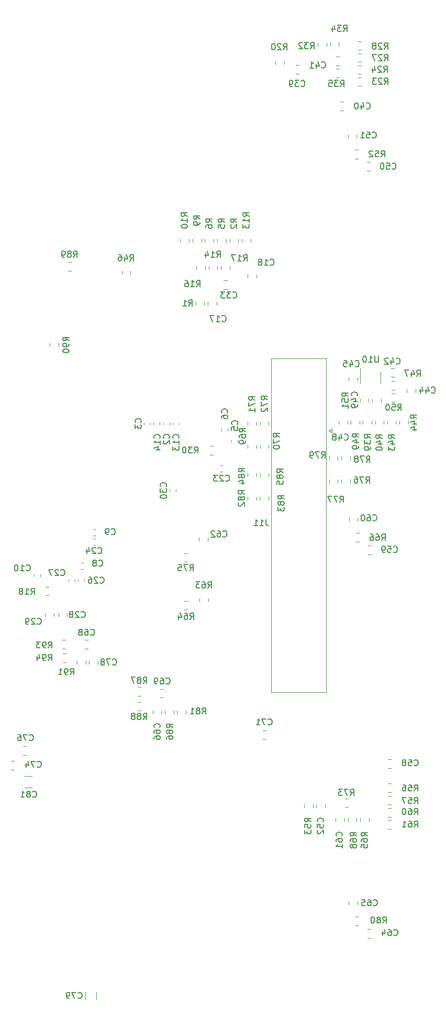
<source format=gbr>
G04 #@! TF.GenerationSoftware,KiCad,Pcbnew,5.1.5-1.fc31*
G04 #@! TF.CreationDate,2019-12-29T19:08:06+00:00*
G04 #@! TF.ProjectId,electric-FIAT,656c6563-7472-4696-932d-464941542e6b,1.0.0*
G04 #@! TF.SameCoordinates,Original*
G04 #@! TF.FileFunction,Legend,Bot*
G04 #@! TF.FilePolarity,Positive*
%FSLAX46Y46*%
G04 Gerber Fmt 4.6, Leading zero omitted, Abs format (unit mm)*
G04 Created by KiCad (PCBNEW 5.1.5-1.fc31) date 2019-12-29 19:08:06*
%MOMM*%
%LPD*%
G04 APERTURE LIST*
%ADD10C,0.120000*%
%ADD11C,0.150000*%
G04 APERTURE END LIST*
D10*
X93130000Y-89105279D02*
X93130000Y-88779721D01*
X94150000Y-89105279D02*
X94150000Y-88779721D01*
X93650000Y-99579721D02*
X93650000Y-99905279D01*
X92630000Y-99579721D02*
X92630000Y-99905279D01*
X76310000Y-114412779D02*
X76310000Y-114087221D01*
X77330000Y-114412779D02*
X77330000Y-114087221D01*
X77870000Y-114412779D02*
X77870000Y-114087221D01*
X78890000Y-114412779D02*
X78890000Y-114087221D01*
X80592779Y-108560000D02*
X80267221Y-108560000D01*
X80592779Y-107540000D02*
X80267221Y-107540000D01*
X101225279Y-96660000D02*
X100899721Y-96660000D01*
X101225279Y-95640000D02*
X100899721Y-95640000D01*
X90070000Y-89092779D02*
X90070000Y-88767221D01*
X91090000Y-89092779D02*
X91090000Y-88767221D01*
X70750000Y-113632779D02*
X70750000Y-113307221D01*
X71770000Y-113632779D02*
X71770000Y-113307221D01*
X80612779Y-107030000D02*
X80287221Y-107030000D01*
X80612779Y-106010000D02*
X80287221Y-106010000D01*
X78682779Y-112460000D02*
X78357221Y-112460000D01*
X78682779Y-111440000D02*
X78357221Y-111440000D01*
X101060000Y-90082779D02*
X101060000Y-89757221D01*
X102080000Y-90082779D02*
X102080000Y-89757221D01*
X102620000Y-91972779D02*
X102620000Y-91647221D01*
X103640000Y-91972779D02*
X103640000Y-91647221D01*
X88530000Y-89102779D02*
X88530000Y-88777221D01*
X89550000Y-89102779D02*
X89550000Y-88777221D01*
X91600000Y-89102779D02*
X91600000Y-88777221D01*
X92620000Y-89102779D02*
X92620000Y-88777221D01*
X75378922Y-126090000D02*
X75896078Y-126090000D01*
X75378922Y-127510000D02*
X75896078Y-127510000D01*
X75808578Y-125310000D02*
X75291422Y-125310000D01*
X75808578Y-123890000D02*
X75291422Y-123890000D01*
X87491422Y-133915000D02*
X88008578Y-133915000D01*
X87491422Y-135335000D02*
X88008578Y-135335000D01*
X88033578Y-132885000D02*
X87516422Y-132885000D01*
X88033578Y-131465000D02*
X87516422Y-131465000D01*
X91151422Y-131800000D02*
X91668578Y-131800000D01*
X91151422Y-133220000D02*
X91668578Y-133220000D01*
X123333578Y-108035000D02*
X122816422Y-108035000D01*
X123333578Y-106615000D02*
X122816422Y-106615000D01*
X123085000Y-104166422D02*
X123085000Y-104683578D01*
X121665000Y-104166422D02*
X121665000Y-104683578D01*
X124716422Y-108615000D02*
X125233578Y-108615000D01*
X124716422Y-110035000D02*
X125233578Y-110035000D01*
X106710000Y-92366422D02*
X106710000Y-92883578D01*
X105290000Y-92366422D02*
X105290000Y-92883578D01*
X69222936Y-145890000D02*
X70427064Y-145890000D01*
X69222936Y-147710000D02*
X70427064Y-147710000D01*
X78990000Y-181927064D02*
X78990000Y-180722936D01*
X80810000Y-181927064D02*
X80810000Y-180722936D01*
X99161422Y-92540000D02*
X99678578Y-92540000D01*
X99161422Y-93960000D02*
X99678578Y-93960000D01*
X98285000Y-69216422D02*
X98285000Y-69733578D01*
X96865000Y-69216422D02*
X96865000Y-69733578D01*
X102385000Y-64033578D02*
X102385000Y-63516422D01*
X100965000Y-64033578D02*
X100965000Y-63516422D01*
X98385000Y-63516422D02*
X98385000Y-64033578D01*
X96965000Y-63516422D02*
X96965000Y-64033578D01*
X98965000Y-64033578D02*
X98965000Y-63516422D01*
X100385000Y-64033578D02*
X100385000Y-63516422D01*
X104365000Y-59633578D02*
X104365000Y-59116422D01*
X105785000Y-59633578D02*
X105785000Y-59116422D01*
X95785000Y-59116422D02*
X95785000Y-59633578D01*
X94365000Y-59116422D02*
X94365000Y-59633578D01*
X97785000Y-59116422D02*
X97785000Y-59633578D01*
X96365000Y-59116422D02*
X96365000Y-59633578D01*
X99785000Y-59116422D02*
X99785000Y-59633578D01*
X98365000Y-59116422D02*
X98365000Y-59633578D01*
X101785000Y-59116422D02*
X101785000Y-59633578D01*
X100365000Y-59116422D02*
X100365000Y-59633578D01*
X103785000Y-59116422D02*
X103785000Y-59633578D01*
X102365000Y-59116422D02*
X102365000Y-59633578D01*
X101416422Y-65765000D02*
X101933578Y-65765000D01*
X101416422Y-67185000D02*
X101933578Y-67185000D01*
X105265000Y-65333578D02*
X105265000Y-64816422D01*
X106685000Y-65333578D02*
X106685000Y-64816422D01*
X100285000Y-69216422D02*
X100285000Y-69733578D01*
X98865000Y-69216422D02*
X98865000Y-69733578D01*
X106710000Y-96966422D02*
X106710000Y-97483578D01*
X105290000Y-96966422D02*
X105290000Y-97483578D01*
X123658578Y-30510000D02*
X123141422Y-30510000D01*
X123658578Y-29090000D02*
X123141422Y-29090000D01*
X108685000Y-96966422D02*
X108685000Y-97483578D01*
X107265000Y-96966422D02*
X107265000Y-97483578D01*
X78966422Y-123865000D02*
X79483578Y-123865000D01*
X78966422Y-125285000D02*
X79483578Y-125285000D01*
X120465000Y-98433578D02*
X120465000Y-97916422D01*
X121885000Y-98433578D02*
X121885000Y-97916422D01*
X123658578Y-32460000D02*
X123141422Y-32460000D01*
X123658578Y-31040000D02*
X123141422Y-31040000D01*
X120415000Y-94783578D02*
X120415000Y-94266422D01*
X121835000Y-94783578D02*
X121835000Y-94266422D01*
X108685000Y-88628922D02*
X108685000Y-89146078D01*
X107265000Y-88628922D02*
X107265000Y-89146078D01*
X113558578Y-32435000D02*
X113041422Y-32435000D01*
X113558578Y-31015000D02*
X113041422Y-31015000D01*
X106710000Y-88616422D02*
X106710000Y-89133578D01*
X105290000Y-88616422D02*
X105290000Y-89133578D01*
X119860000Y-94266422D02*
X119860000Y-94783578D01*
X118440000Y-94266422D02*
X118440000Y-94783578D01*
X95571078Y-118985000D02*
X95053922Y-118985000D01*
X95571078Y-117565000D02*
X95053922Y-117565000D01*
X98910000Y-117141422D02*
X98910000Y-117658578D01*
X97490000Y-117141422D02*
X97490000Y-117658578D01*
X79085000Y-127241422D02*
X79085000Y-127758578D01*
X77665000Y-127241422D02*
X77665000Y-127758578D01*
X108685000Y-92366422D02*
X108685000Y-92883578D01*
X107265000Y-92366422D02*
X107265000Y-92883578D01*
X116640000Y-27908578D02*
X116640000Y-27391422D01*
X118060000Y-27908578D02*
X118060000Y-27391422D01*
X129083578Y-85455000D02*
X128566422Y-85455000D01*
X129083578Y-84035000D02*
X128566422Y-84035000D01*
X123410000Y-88473922D02*
X123410000Y-88991078D01*
X121990000Y-88473922D02*
X121990000Y-88991078D01*
X128553922Y-82060000D02*
X129071078Y-82060000D01*
X128553922Y-83480000D02*
X129071078Y-83480000D01*
X129815000Y-88991078D02*
X129815000Y-88473922D01*
X131235000Y-88991078D02*
X131235000Y-88473922D01*
X127840000Y-89003578D02*
X127840000Y-88486422D01*
X129260000Y-89003578D02*
X129260000Y-88486422D01*
X109765000Y-30883578D02*
X109765000Y-30366422D01*
X111185000Y-30883578D02*
X111185000Y-30366422D01*
X72591422Y-115290000D02*
X73108578Y-115290000D01*
X72591422Y-116710000D02*
X73108578Y-116710000D01*
X119591422Y-29615000D02*
X120108578Y-29615000D01*
X119591422Y-31035000D02*
X120108578Y-31035000D01*
X98835000Y-107316422D02*
X98835000Y-107833578D01*
X97415000Y-107316422D02*
X97415000Y-107833578D01*
X126835000Y-84936422D02*
X126835000Y-85453578D01*
X125415000Y-84936422D02*
X125415000Y-85453578D01*
X121460000Y-88486422D02*
X121460000Y-89003578D01*
X120040000Y-88486422D02*
X120040000Y-89003578D01*
X132410000Y-83361422D02*
X132410000Y-83878578D01*
X130990000Y-83361422D02*
X130990000Y-83878578D01*
X128428922Y-79985000D02*
X128946078Y-79985000D01*
X128428922Y-81405000D02*
X128946078Y-81405000D01*
X120783578Y-38360000D02*
X120266422Y-38360000D01*
X120783578Y-36940000D02*
X120266422Y-36940000D01*
X76090000Y-119571422D02*
X76090000Y-120088578D01*
X74670000Y-119571422D02*
X74670000Y-120088578D01*
X72490000Y-120071078D02*
X72490000Y-119553922D01*
X73910000Y-120071078D02*
X73910000Y-119553922D01*
X123658578Y-28560000D02*
X123141422Y-28560000D01*
X123658578Y-27140000D02*
X123141422Y-27140000D01*
X93310000Y-135291422D02*
X93310000Y-135808578D01*
X91890000Y-135291422D02*
X91890000Y-135808578D01*
X95016422Y-111285000D02*
X95533578Y-111285000D01*
X95016422Y-109865000D02*
X95533578Y-109865000D01*
X119860000Y-97916422D02*
X119860000Y-98433578D01*
X118440000Y-97916422D02*
X118440000Y-98433578D01*
X108660000Y-100716422D02*
X108660000Y-101233578D01*
X107240000Y-100716422D02*
X107240000Y-101233578D01*
X121590000Y-81978578D02*
X121590000Y-81461422D01*
X123010000Y-81978578D02*
X123010000Y-81461422D01*
X124860000Y-84948922D02*
X124860000Y-85466078D01*
X123440000Y-84948922D02*
X123440000Y-85466078D01*
X123515000Y-82395000D02*
X123515000Y-79945000D01*
X126735000Y-80595000D02*
X126735000Y-82395000D01*
X125890000Y-89016078D02*
X125890000Y-88498922D01*
X127310000Y-89016078D02*
X127310000Y-88498922D01*
X123925000Y-89016078D02*
X123925000Y-88498922D01*
X125345000Y-89016078D02*
X125345000Y-88498922D01*
X123658578Y-34410000D02*
X123141422Y-34410000D01*
X123658578Y-32990000D02*
X123141422Y-32990000D01*
X119591422Y-31590000D02*
X120108578Y-31590000D01*
X119591422Y-33010000D02*
X120108578Y-33010000D01*
X120035000Y-27378922D02*
X120035000Y-27896078D01*
X118615000Y-27378922D02*
X118615000Y-27896078D01*
X91335000Y-135303922D02*
X91335000Y-135821078D01*
X89915000Y-135303922D02*
X89915000Y-135821078D01*
X81060000Y-127241422D02*
X81060000Y-127758578D01*
X79640000Y-127241422D02*
X79640000Y-127758578D01*
X73290000Y-76438578D02*
X73290000Y-75921422D01*
X74710000Y-76438578D02*
X74710000Y-75921422D01*
X93865000Y-135808578D02*
X93865000Y-135291422D01*
X95285000Y-135808578D02*
X95285000Y-135291422D01*
X76718578Y-64220000D02*
X76201422Y-64220000D01*
X76718578Y-62800000D02*
X76201422Y-62800000D01*
X106685000Y-100716422D02*
X106685000Y-101233578D01*
X105265000Y-100716422D02*
X105265000Y-101233578D01*
X121508578Y-150910000D02*
X120991422Y-150910000D01*
X121508578Y-149490000D02*
X120991422Y-149490000D01*
X115835000Y-150933578D02*
X115835000Y-150416422D01*
X114415000Y-150933578D02*
X114415000Y-150416422D01*
X128483578Y-154435000D02*
X127966422Y-154435000D01*
X128483578Y-153015000D02*
X127966422Y-153015000D01*
X128483578Y-152460000D02*
X127966422Y-152460000D01*
X128483578Y-151040000D02*
X127966422Y-151040000D01*
X124910000Y-152641422D02*
X124910000Y-153158578D01*
X123490000Y-152641422D02*
X123490000Y-153158578D01*
X122910000Y-153158578D02*
X122910000Y-152641422D01*
X121490000Y-153158578D02*
X121490000Y-152641422D01*
X128483578Y-148510000D02*
X127966422Y-148510000D01*
X128483578Y-147090000D02*
X127966422Y-147090000D01*
X128471078Y-150485000D02*
X127953922Y-150485000D01*
X128471078Y-149065000D02*
X127953922Y-149065000D01*
X120935000Y-152628922D02*
X120935000Y-153146078D01*
X119515000Y-152628922D02*
X119515000Y-153146078D01*
X127966422Y-143165000D02*
X128483578Y-143165000D01*
X127966422Y-144585000D02*
X128483578Y-144585000D01*
X116390000Y-150933578D02*
X116390000Y-150416422D01*
X117810000Y-150933578D02*
X117810000Y-150416422D01*
X68966422Y-141040000D02*
X69483578Y-141040000D01*
X68966422Y-142460000D02*
X69483578Y-142460000D01*
X67003922Y-143415000D02*
X67521078Y-143415000D01*
X67003922Y-144835000D02*
X67521078Y-144835000D01*
X107703922Y-138490000D02*
X108221078Y-138490000D01*
X107703922Y-139910000D02*
X108221078Y-139910000D01*
X86335000Y-64291422D02*
X86335000Y-64808578D01*
X84915000Y-64291422D02*
X84915000Y-64808578D01*
X124641422Y-170590000D02*
X125158578Y-170590000D01*
X124641422Y-172010000D02*
X125158578Y-172010000D01*
X123258578Y-168590000D02*
X122741422Y-168590000D01*
X123258578Y-170010000D02*
X122741422Y-170010000D01*
X122910000Y-42241422D02*
X122910000Y-42758578D01*
X121490000Y-42241422D02*
X121490000Y-42758578D01*
X123158578Y-46110000D02*
X122641422Y-46110000D01*
X123158578Y-44690000D02*
X122641422Y-44690000D01*
X118889000Y-90379000D02*
X118889000Y-89871000D01*
X118381000Y-90125000D02*
X118889000Y-90379000D01*
X118889000Y-89871000D02*
X118381000Y-90125000D01*
X109115000Y-78385000D02*
X109115000Y-132345000D01*
X109115000Y-78385000D02*
X117995000Y-78385000D01*
X117995000Y-132345000D02*
X109115000Y-132345000D01*
X117995000Y-132345000D02*
X117995000Y-78385000D01*
X123010000Y-166141422D02*
X123010000Y-166658578D01*
X121590000Y-166141422D02*
X121590000Y-166658578D01*
X124541422Y-46690000D02*
X125058578Y-46690000D01*
X124541422Y-48110000D02*
X125058578Y-48110000D01*
D11*
X94083142Y-91305142D02*
X94130761Y-91257523D01*
X94178380Y-91114666D01*
X94178380Y-91019428D01*
X94130761Y-90876571D01*
X94035523Y-90781333D01*
X93940285Y-90733714D01*
X93749809Y-90686095D01*
X93606952Y-90686095D01*
X93416476Y-90733714D01*
X93321238Y-90781333D01*
X93226000Y-90876571D01*
X93178380Y-91019428D01*
X93178380Y-91114666D01*
X93226000Y-91257523D01*
X93273619Y-91305142D01*
X94178380Y-92257523D02*
X94178380Y-91686095D01*
X94178380Y-91971809D02*
X93178380Y-91971809D01*
X93321238Y-91876571D01*
X93416476Y-91781333D01*
X93464095Y-91686095D01*
X93178380Y-92590857D02*
X93178380Y-93209904D01*
X93559333Y-92876571D01*
X93559333Y-93019428D01*
X93606952Y-93114666D01*
X93654571Y-93162285D01*
X93749809Y-93209904D01*
X93987904Y-93209904D01*
X94083142Y-93162285D01*
X94130761Y-93114666D01*
X94178380Y-93019428D01*
X94178380Y-92733714D01*
X94130761Y-92638476D01*
X94083142Y-92590857D01*
X92067142Y-99099642D02*
X92114761Y-99052023D01*
X92162380Y-98909166D01*
X92162380Y-98813928D01*
X92114761Y-98671071D01*
X92019523Y-98575833D01*
X91924285Y-98528214D01*
X91733809Y-98480595D01*
X91590952Y-98480595D01*
X91400476Y-98528214D01*
X91305238Y-98575833D01*
X91210000Y-98671071D01*
X91162380Y-98813928D01*
X91162380Y-98909166D01*
X91210000Y-99052023D01*
X91257619Y-99099642D01*
X91162380Y-99432976D02*
X91162380Y-100052023D01*
X91543333Y-99718690D01*
X91543333Y-99861547D01*
X91590952Y-99956785D01*
X91638571Y-100004404D01*
X91733809Y-100052023D01*
X91971904Y-100052023D01*
X92067142Y-100004404D01*
X92114761Y-99956785D01*
X92162380Y-99861547D01*
X92162380Y-99575833D01*
X92114761Y-99480595D01*
X92067142Y-99432976D01*
X91162380Y-100671071D02*
X91162380Y-100766309D01*
X91210000Y-100861547D01*
X91257619Y-100909166D01*
X91352857Y-100956785D01*
X91543333Y-101004404D01*
X91781428Y-101004404D01*
X91971904Y-100956785D01*
X92067142Y-100909166D01*
X92114761Y-100861547D01*
X92162380Y-100766309D01*
X92162380Y-100671071D01*
X92114761Y-100575833D01*
X92067142Y-100528214D01*
X91971904Y-100480595D01*
X91781428Y-100432976D01*
X91543333Y-100432976D01*
X91352857Y-100480595D01*
X91257619Y-100528214D01*
X91210000Y-100575833D01*
X91162380Y-100671071D01*
X75064857Y-113387142D02*
X75112476Y-113434761D01*
X75255333Y-113482380D01*
X75350571Y-113482380D01*
X75493428Y-113434761D01*
X75588666Y-113339523D01*
X75636285Y-113244285D01*
X75683904Y-113053809D01*
X75683904Y-112910952D01*
X75636285Y-112720476D01*
X75588666Y-112625238D01*
X75493428Y-112530000D01*
X75350571Y-112482380D01*
X75255333Y-112482380D01*
X75112476Y-112530000D01*
X75064857Y-112577619D01*
X74683904Y-112577619D02*
X74636285Y-112530000D01*
X74541047Y-112482380D01*
X74302952Y-112482380D01*
X74207714Y-112530000D01*
X74160095Y-112577619D01*
X74112476Y-112672857D01*
X74112476Y-112768095D01*
X74160095Y-112910952D01*
X74731523Y-113482380D01*
X74112476Y-113482380D01*
X73779142Y-112482380D02*
X73112476Y-112482380D01*
X73541047Y-113482380D01*
X81414857Y-114607142D02*
X81462476Y-114654761D01*
X81605333Y-114702380D01*
X81700571Y-114702380D01*
X81843428Y-114654761D01*
X81938666Y-114559523D01*
X81986285Y-114464285D01*
X82033904Y-114273809D01*
X82033904Y-114130952D01*
X81986285Y-113940476D01*
X81938666Y-113845238D01*
X81843428Y-113750000D01*
X81700571Y-113702380D01*
X81605333Y-113702380D01*
X81462476Y-113750000D01*
X81414857Y-113797619D01*
X81033904Y-113797619D02*
X80986285Y-113750000D01*
X80891047Y-113702380D01*
X80652952Y-113702380D01*
X80557714Y-113750000D01*
X80510095Y-113797619D01*
X80462476Y-113892857D01*
X80462476Y-113988095D01*
X80510095Y-114130952D01*
X81081523Y-114702380D01*
X80462476Y-114702380D01*
X79605333Y-113702380D02*
X79795809Y-113702380D01*
X79891047Y-113750000D01*
X79938666Y-113797619D01*
X80033904Y-113940476D01*
X80081523Y-114130952D01*
X80081523Y-114511904D01*
X80033904Y-114607142D01*
X79986285Y-114654761D01*
X79891047Y-114702380D01*
X79700571Y-114702380D01*
X79605333Y-114654761D01*
X79557714Y-114607142D01*
X79510095Y-114511904D01*
X79510095Y-114273809D01*
X79557714Y-114178571D01*
X79605333Y-114130952D01*
X79700571Y-114083333D01*
X79891047Y-114083333D01*
X79986285Y-114130952D01*
X80033904Y-114178571D01*
X80081523Y-114273809D01*
X81072857Y-109831142D02*
X81120476Y-109878761D01*
X81263333Y-109926380D01*
X81358571Y-109926380D01*
X81501428Y-109878761D01*
X81596666Y-109783523D01*
X81644285Y-109688285D01*
X81691904Y-109497809D01*
X81691904Y-109354952D01*
X81644285Y-109164476D01*
X81596666Y-109069238D01*
X81501428Y-108974000D01*
X81358571Y-108926380D01*
X81263333Y-108926380D01*
X81120476Y-108974000D01*
X81072857Y-109021619D01*
X80691904Y-109021619D02*
X80644285Y-108974000D01*
X80549047Y-108926380D01*
X80310952Y-108926380D01*
X80215714Y-108974000D01*
X80168095Y-109021619D01*
X80120476Y-109116857D01*
X80120476Y-109212095D01*
X80168095Y-109354952D01*
X80739523Y-109926380D01*
X80120476Y-109926380D01*
X79263333Y-109259714D02*
X79263333Y-109926380D01*
X79501428Y-108878761D02*
X79739523Y-109593047D01*
X79120476Y-109593047D01*
X101705357Y-98147142D02*
X101752976Y-98194761D01*
X101895833Y-98242380D01*
X101991071Y-98242380D01*
X102133928Y-98194761D01*
X102229166Y-98099523D01*
X102276785Y-98004285D01*
X102324404Y-97813809D01*
X102324404Y-97670952D01*
X102276785Y-97480476D01*
X102229166Y-97385238D01*
X102133928Y-97290000D01*
X101991071Y-97242380D01*
X101895833Y-97242380D01*
X101752976Y-97290000D01*
X101705357Y-97337619D01*
X101324404Y-97337619D02*
X101276785Y-97290000D01*
X101181547Y-97242380D01*
X100943452Y-97242380D01*
X100848214Y-97290000D01*
X100800595Y-97337619D01*
X100752976Y-97432857D01*
X100752976Y-97528095D01*
X100800595Y-97670952D01*
X101372023Y-98242380D01*
X100752976Y-98242380D01*
X100419642Y-97242380D02*
X99800595Y-97242380D01*
X100133928Y-97623333D01*
X99991071Y-97623333D01*
X99895833Y-97670952D01*
X99848214Y-97718571D01*
X99800595Y-97813809D01*
X99800595Y-98051904D01*
X99848214Y-98147142D01*
X99895833Y-98194761D01*
X99991071Y-98242380D01*
X100276785Y-98242380D01*
X100372023Y-98194761D01*
X100419642Y-98147142D01*
X91035142Y-91305142D02*
X91082761Y-91257523D01*
X91130380Y-91114666D01*
X91130380Y-91019428D01*
X91082761Y-90876571D01*
X90987523Y-90781333D01*
X90892285Y-90733714D01*
X90701809Y-90686095D01*
X90558952Y-90686095D01*
X90368476Y-90733714D01*
X90273238Y-90781333D01*
X90178000Y-90876571D01*
X90130380Y-91019428D01*
X90130380Y-91114666D01*
X90178000Y-91257523D01*
X90225619Y-91305142D01*
X91130380Y-92257523D02*
X91130380Y-91686095D01*
X91130380Y-91971809D02*
X90130380Y-91971809D01*
X90273238Y-91876571D01*
X90368476Y-91781333D01*
X90416095Y-91686095D01*
X90463714Y-93114666D02*
X91130380Y-93114666D01*
X90082761Y-92876571D02*
X90797047Y-92638476D01*
X90797047Y-93257523D01*
X69476857Y-112625142D02*
X69524476Y-112672761D01*
X69667333Y-112720380D01*
X69762571Y-112720380D01*
X69905428Y-112672761D01*
X70000666Y-112577523D01*
X70048285Y-112482285D01*
X70095904Y-112291809D01*
X70095904Y-112148952D01*
X70048285Y-111958476D01*
X70000666Y-111863238D01*
X69905428Y-111768000D01*
X69762571Y-111720380D01*
X69667333Y-111720380D01*
X69524476Y-111768000D01*
X69476857Y-111815619D01*
X68524476Y-112720380D02*
X69095904Y-112720380D01*
X68810190Y-112720380D02*
X68810190Y-111720380D01*
X68905428Y-111863238D01*
X69000666Y-111958476D01*
X69095904Y-112006095D01*
X67905428Y-111720380D02*
X67810190Y-111720380D01*
X67714952Y-111768000D01*
X67667333Y-111815619D01*
X67619714Y-111910857D01*
X67572095Y-112101333D01*
X67572095Y-112339428D01*
X67619714Y-112529904D01*
X67667333Y-112625142D01*
X67714952Y-112672761D01*
X67810190Y-112720380D01*
X67905428Y-112720380D01*
X68000666Y-112672761D01*
X68048285Y-112625142D01*
X68095904Y-112529904D01*
X68143523Y-112339428D01*
X68143523Y-112101333D01*
X68095904Y-111910857D01*
X68048285Y-111815619D01*
X68000666Y-111768000D01*
X67905428Y-111720380D01*
X83224666Y-106783142D02*
X83272285Y-106830761D01*
X83415142Y-106878380D01*
X83510380Y-106878380D01*
X83653238Y-106830761D01*
X83748476Y-106735523D01*
X83796095Y-106640285D01*
X83843714Y-106449809D01*
X83843714Y-106306952D01*
X83796095Y-106116476D01*
X83748476Y-106021238D01*
X83653238Y-105926000D01*
X83510380Y-105878380D01*
X83415142Y-105878380D01*
X83272285Y-105926000D01*
X83224666Y-105973619D01*
X82748476Y-106878380D02*
X82558000Y-106878380D01*
X82462761Y-106830761D01*
X82415142Y-106783142D01*
X82319904Y-106640285D01*
X82272285Y-106449809D01*
X82272285Y-106068857D01*
X82319904Y-105973619D01*
X82367523Y-105926000D01*
X82462761Y-105878380D01*
X82653238Y-105878380D01*
X82748476Y-105926000D01*
X82796095Y-105973619D01*
X82843714Y-106068857D01*
X82843714Y-106306952D01*
X82796095Y-106402190D01*
X82748476Y-106449809D01*
X82653238Y-106497428D01*
X82462761Y-106497428D01*
X82367523Y-106449809D01*
X82319904Y-106402190D01*
X82272285Y-106306952D01*
X81192666Y-111863142D02*
X81240285Y-111910761D01*
X81383142Y-111958380D01*
X81478380Y-111958380D01*
X81621238Y-111910761D01*
X81716476Y-111815523D01*
X81764095Y-111720285D01*
X81811714Y-111529809D01*
X81811714Y-111386952D01*
X81764095Y-111196476D01*
X81716476Y-111101238D01*
X81621238Y-111006000D01*
X81478380Y-110958380D01*
X81383142Y-110958380D01*
X81240285Y-111006000D01*
X81192666Y-111053619D01*
X80621238Y-111386952D02*
X80716476Y-111339333D01*
X80764095Y-111291714D01*
X80811714Y-111196476D01*
X80811714Y-111148857D01*
X80764095Y-111053619D01*
X80716476Y-111006000D01*
X80621238Y-110958380D01*
X80430761Y-110958380D01*
X80335523Y-111006000D01*
X80287904Y-111053619D01*
X80240285Y-111148857D01*
X80240285Y-111196476D01*
X80287904Y-111291714D01*
X80335523Y-111339333D01*
X80430761Y-111386952D01*
X80621238Y-111386952D01*
X80716476Y-111434571D01*
X80764095Y-111482190D01*
X80811714Y-111577428D01*
X80811714Y-111767904D01*
X80764095Y-111863142D01*
X80716476Y-111910761D01*
X80621238Y-111958380D01*
X80430761Y-111958380D01*
X80335523Y-111910761D01*
X80287904Y-111863142D01*
X80240285Y-111767904D01*
X80240285Y-111577428D01*
X80287904Y-111482190D01*
X80335523Y-111434571D01*
X80430761Y-111386952D01*
X101937142Y-87183333D02*
X101984761Y-87135714D01*
X102032380Y-86992857D01*
X102032380Y-86897619D01*
X101984761Y-86754761D01*
X101889523Y-86659523D01*
X101794285Y-86611904D01*
X101603809Y-86564285D01*
X101460952Y-86564285D01*
X101270476Y-86611904D01*
X101175238Y-86659523D01*
X101080000Y-86754761D01*
X101032380Y-86897619D01*
X101032380Y-86992857D01*
X101080000Y-87135714D01*
X101127619Y-87183333D01*
X101032380Y-88040476D02*
X101032380Y-87850000D01*
X101080000Y-87754761D01*
X101127619Y-87707142D01*
X101270476Y-87611904D01*
X101460952Y-87564285D01*
X101841904Y-87564285D01*
X101937142Y-87611904D01*
X101984761Y-87659523D01*
X102032380Y-87754761D01*
X102032380Y-87945238D01*
X101984761Y-88040476D01*
X101937142Y-88088095D01*
X101841904Y-88135714D01*
X101603809Y-88135714D01*
X101508571Y-88088095D01*
X101460952Y-88040476D01*
X101413333Y-87945238D01*
X101413333Y-87754761D01*
X101460952Y-87659523D01*
X101508571Y-87611904D01*
X101603809Y-87564285D01*
X103587142Y-89063333D02*
X103634761Y-89015714D01*
X103682380Y-88872857D01*
X103682380Y-88777619D01*
X103634761Y-88634761D01*
X103539523Y-88539523D01*
X103444285Y-88491904D01*
X103253809Y-88444285D01*
X103110952Y-88444285D01*
X102920476Y-88491904D01*
X102825238Y-88539523D01*
X102730000Y-88634761D01*
X102682380Y-88777619D01*
X102682380Y-88872857D01*
X102730000Y-89015714D01*
X102777619Y-89063333D01*
X102682380Y-89968095D02*
X102682380Y-89491904D01*
X103158571Y-89444285D01*
X103110952Y-89491904D01*
X103063333Y-89587142D01*
X103063333Y-89825238D01*
X103110952Y-89920476D01*
X103158571Y-89968095D01*
X103253809Y-90015714D01*
X103491904Y-90015714D01*
X103587142Y-89968095D01*
X103634761Y-89920476D01*
X103682380Y-89825238D01*
X103682380Y-89587142D01*
X103634761Y-89491904D01*
X103587142Y-89444285D01*
X87987142Y-88733333D02*
X88034761Y-88685714D01*
X88082380Y-88542857D01*
X88082380Y-88447619D01*
X88034761Y-88304761D01*
X87939523Y-88209523D01*
X87844285Y-88161904D01*
X87653809Y-88114285D01*
X87510952Y-88114285D01*
X87320476Y-88161904D01*
X87225238Y-88209523D01*
X87130000Y-88304761D01*
X87082380Y-88447619D01*
X87082380Y-88542857D01*
X87130000Y-88685714D01*
X87177619Y-88733333D01*
X87082380Y-89066666D02*
X87082380Y-89685714D01*
X87463333Y-89352380D01*
X87463333Y-89495238D01*
X87510952Y-89590476D01*
X87558571Y-89638095D01*
X87653809Y-89685714D01*
X87891904Y-89685714D01*
X87987142Y-89638095D01*
X88034761Y-89590476D01*
X88082380Y-89495238D01*
X88082380Y-89209523D01*
X88034761Y-89114285D01*
X87987142Y-89066666D01*
X92559142Y-91273333D02*
X92606761Y-91225714D01*
X92654380Y-91082857D01*
X92654380Y-90987619D01*
X92606761Y-90844761D01*
X92511523Y-90749523D01*
X92416285Y-90701904D01*
X92225809Y-90654285D01*
X92082952Y-90654285D01*
X91892476Y-90701904D01*
X91797238Y-90749523D01*
X91702000Y-90844761D01*
X91654380Y-90987619D01*
X91654380Y-91082857D01*
X91702000Y-91225714D01*
X91749619Y-91273333D01*
X91749619Y-91654285D02*
X91702000Y-91701904D01*
X91654380Y-91797142D01*
X91654380Y-92035238D01*
X91702000Y-92130476D01*
X91749619Y-92178095D01*
X91844857Y-92225714D01*
X91940095Y-92225714D01*
X92082952Y-92178095D01*
X92654380Y-91606666D01*
X92654380Y-92225714D01*
X73032857Y-127198380D02*
X73366190Y-126722190D01*
X73604285Y-127198380D02*
X73604285Y-126198380D01*
X73223333Y-126198380D01*
X73128095Y-126246000D01*
X73080476Y-126293619D01*
X73032857Y-126388857D01*
X73032857Y-126531714D01*
X73080476Y-126626952D01*
X73128095Y-126674571D01*
X73223333Y-126722190D01*
X73604285Y-126722190D01*
X72556666Y-127198380D02*
X72366190Y-127198380D01*
X72270952Y-127150761D01*
X72223333Y-127103142D01*
X72128095Y-126960285D01*
X72080476Y-126769809D01*
X72080476Y-126388857D01*
X72128095Y-126293619D01*
X72175714Y-126246000D01*
X72270952Y-126198380D01*
X72461428Y-126198380D01*
X72556666Y-126246000D01*
X72604285Y-126293619D01*
X72651904Y-126388857D01*
X72651904Y-126626952D01*
X72604285Y-126722190D01*
X72556666Y-126769809D01*
X72461428Y-126817428D01*
X72270952Y-126817428D01*
X72175714Y-126769809D01*
X72128095Y-126722190D01*
X72080476Y-126626952D01*
X71223333Y-126531714D02*
X71223333Y-127198380D01*
X71461428Y-126150761D02*
X71699523Y-126865047D01*
X71080476Y-126865047D01*
X73032857Y-125166380D02*
X73366190Y-124690190D01*
X73604285Y-125166380D02*
X73604285Y-124166380D01*
X73223333Y-124166380D01*
X73128095Y-124214000D01*
X73080476Y-124261619D01*
X73032857Y-124356857D01*
X73032857Y-124499714D01*
X73080476Y-124594952D01*
X73128095Y-124642571D01*
X73223333Y-124690190D01*
X73604285Y-124690190D01*
X72556666Y-125166380D02*
X72366190Y-125166380D01*
X72270952Y-125118761D01*
X72223333Y-125071142D01*
X72128095Y-124928285D01*
X72080476Y-124737809D01*
X72080476Y-124356857D01*
X72128095Y-124261619D01*
X72175714Y-124214000D01*
X72270952Y-124166380D01*
X72461428Y-124166380D01*
X72556666Y-124214000D01*
X72604285Y-124261619D01*
X72651904Y-124356857D01*
X72651904Y-124594952D01*
X72604285Y-124690190D01*
X72556666Y-124737809D01*
X72461428Y-124785428D01*
X72270952Y-124785428D01*
X72175714Y-124737809D01*
X72128095Y-124690190D01*
X72080476Y-124594952D01*
X71747142Y-124166380D02*
X71128095Y-124166380D01*
X71461428Y-124547333D01*
X71318571Y-124547333D01*
X71223333Y-124594952D01*
X71175714Y-124642571D01*
X71128095Y-124737809D01*
X71128095Y-124975904D01*
X71175714Y-125071142D01*
X71223333Y-125118761D01*
X71318571Y-125166380D01*
X71604285Y-125166380D01*
X71699523Y-125118761D01*
X71747142Y-125071142D01*
X88392857Y-136727380D02*
X88726190Y-136251190D01*
X88964285Y-136727380D02*
X88964285Y-135727380D01*
X88583333Y-135727380D01*
X88488095Y-135775000D01*
X88440476Y-135822619D01*
X88392857Y-135917857D01*
X88392857Y-136060714D01*
X88440476Y-136155952D01*
X88488095Y-136203571D01*
X88583333Y-136251190D01*
X88964285Y-136251190D01*
X87821428Y-136155952D02*
X87916666Y-136108333D01*
X87964285Y-136060714D01*
X88011904Y-135965476D01*
X88011904Y-135917857D01*
X87964285Y-135822619D01*
X87916666Y-135775000D01*
X87821428Y-135727380D01*
X87630952Y-135727380D01*
X87535714Y-135775000D01*
X87488095Y-135822619D01*
X87440476Y-135917857D01*
X87440476Y-135965476D01*
X87488095Y-136060714D01*
X87535714Y-136108333D01*
X87630952Y-136155952D01*
X87821428Y-136155952D01*
X87916666Y-136203571D01*
X87964285Y-136251190D01*
X88011904Y-136346428D01*
X88011904Y-136536904D01*
X87964285Y-136632142D01*
X87916666Y-136679761D01*
X87821428Y-136727380D01*
X87630952Y-136727380D01*
X87535714Y-136679761D01*
X87488095Y-136632142D01*
X87440476Y-136536904D01*
X87440476Y-136346428D01*
X87488095Y-136251190D01*
X87535714Y-136203571D01*
X87630952Y-136155952D01*
X86869047Y-136155952D02*
X86964285Y-136108333D01*
X87011904Y-136060714D01*
X87059523Y-135965476D01*
X87059523Y-135917857D01*
X87011904Y-135822619D01*
X86964285Y-135775000D01*
X86869047Y-135727380D01*
X86678571Y-135727380D01*
X86583333Y-135775000D01*
X86535714Y-135822619D01*
X86488095Y-135917857D01*
X86488095Y-135965476D01*
X86535714Y-136060714D01*
X86583333Y-136108333D01*
X86678571Y-136155952D01*
X86869047Y-136155952D01*
X86964285Y-136203571D01*
X87011904Y-136251190D01*
X87059523Y-136346428D01*
X87059523Y-136536904D01*
X87011904Y-136632142D01*
X86964285Y-136679761D01*
X86869047Y-136727380D01*
X86678571Y-136727380D01*
X86583333Y-136679761D01*
X86535714Y-136632142D01*
X86488095Y-136536904D01*
X86488095Y-136346428D01*
X86535714Y-136251190D01*
X86583333Y-136203571D01*
X86678571Y-136155952D01*
X88392857Y-130912380D02*
X88726190Y-130436190D01*
X88964285Y-130912380D02*
X88964285Y-129912380D01*
X88583333Y-129912380D01*
X88488095Y-129960000D01*
X88440476Y-130007619D01*
X88392857Y-130102857D01*
X88392857Y-130245714D01*
X88440476Y-130340952D01*
X88488095Y-130388571D01*
X88583333Y-130436190D01*
X88964285Y-130436190D01*
X87821428Y-130340952D02*
X87916666Y-130293333D01*
X87964285Y-130245714D01*
X88011904Y-130150476D01*
X88011904Y-130102857D01*
X87964285Y-130007619D01*
X87916666Y-129960000D01*
X87821428Y-129912380D01*
X87630952Y-129912380D01*
X87535714Y-129960000D01*
X87488095Y-130007619D01*
X87440476Y-130102857D01*
X87440476Y-130150476D01*
X87488095Y-130245714D01*
X87535714Y-130293333D01*
X87630952Y-130340952D01*
X87821428Y-130340952D01*
X87916666Y-130388571D01*
X87964285Y-130436190D01*
X88011904Y-130531428D01*
X88011904Y-130721904D01*
X87964285Y-130817142D01*
X87916666Y-130864761D01*
X87821428Y-130912380D01*
X87630952Y-130912380D01*
X87535714Y-130864761D01*
X87488095Y-130817142D01*
X87440476Y-130721904D01*
X87440476Y-130531428D01*
X87488095Y-130436190D01*
X87535714Y-130388571D01*
X87630952Y-130340952D01*
X87107142Y-129912380D02*
X86440476Y-129912380D01*
X86869047Y-130912380D01*
X92082857Y-130913142D02*
X92130476Y-130960761D01*
X92273333Y-131008380D01*
X92368571Y-131008380D01*
X92511428Y-130960761D01*
X92606666Y-130865523D01*
X92654285Y-130770285D01*
X92701904Y-130579809D01*
X92701904Y-130436952D01*
X92654285Y-130246476D01*
X92606666Y-130151238D01*
X92511428Y-130056000D01*
X92368571Y-130008380D01*
X92273333Y-130008380D01*
X92130476Y-130056000D01*
X92082857Y-130103619D01*
X91225714Y-130008380D02*
X91416190Y-130008380D01*
X91511428Y-130056000D01*
X91559047Y-130103619D01*
X91654285Y-130246476D01*
X91701904Y-130436952D01*
X91701904Y-130817904D01*
X91654285Y-130913142D01*
X91606666Y-130960761D01*
X91511428Y-131008380D01*
X91320952Y-131008380D01*
X91225714Y-130960761D01*
X91178095Y-130913142D01*
X91130476Y-130817904D01*
X91130476Y-130579809D01*
X91178095Y-130484571D01*
X91225714Y-130436952D01*
X91320952Y-130389333D01*
X91511428Y-130389333D01*
X91606666Y-130436952D01*
X91654285Y-130484571D01*
X91701904Y-130579809D01*
X90654285Y-131008380D02*
X90463809Y-131008380D01*
X90368571Y-130960761D01*
X90320952Y-130913142D01*
X90225714Y-130770285D01*
X90178095Y-130579809D01*
X90178095Y-130198857D01*
X90225714Y-130103619D01*
X90273333Y-130056000D01*
X90368571Y-130008380D01*
X90559047Y-130008380D01*
X90654285Y-130056000D01*
X90701904Y-130103619D01*
X90749523Y-130198857D01*
X90749523Y-130436952D01*
X90701904Y-130532190D01*
X90654285Y-130579809D01*
X90559047Y-130627428D01*
X90368571Y-130627428D01*
X90273333Y-130579809D01*
X90225714Y-130532190D01*
X90178095Y-130436952D01*
X126952857Y-107802380D02*
X127286190Y-107326190D01*
X127524285Y-107802380D02*
X127524285Y-106802380D01*
X127143333Y-106802380D01*
X127048095Y-106850000D01*
X127000476Y-106897619D01*
X126952857Y-106992857D01*
X126952857Y-107135714D01*
X127000476Y-107230952D01*
X127048095Y-107278571D01*
X127143333Y-107326190D01*
X127524285Y-107326190D01*
X126095714Y-106802380D02*
X126286190Y-106802380D01*
X126381428Y-106850000D01*
X126429047Y-106897619D01*
X126524285Y-107040476D01*
X126571904Y-107230952D01*
X126571904Y-107611904D01*
X126524285Y-107707142D01*
X126476666Y-107754761D01*
X126381428Y-107802380D01*
X126190952Y-107802380D01*
X126095714Y-107754761D01*
X126048095Y-107707142D01*
X126000476Y-107611904D01*
X126000476Y-107373809D01*
X126048095Y-107278571D01*
X126095714Y-107230952D01*
X126190952Y-107183333D01*
X126381428Y-107183333D01*
X126476666Y-107230952D01*
X126524285Y-107278571D01*
X126571904Y-107373809D01*
X125143333Y-106802380D02*
X125333809Y-106802380D01*
X125429047Y-106850000D01*
X125476666Y-106897619D01*
X125571904Y-107040476D01*
X125619523Y-107230952D01*
X125619523Y-107611904D01*
X125571904Y-107707142D01*
X125524285Y-107754761D01*
X125429047Y-107802380D01*
X125238571Y-107802380D01*
X125143333Y-107754761D01*
X125095714Y-107707142D01*
X125048095Y-107611904D01*
X125048095Y-107373809D01*
X125095714Y-107278571D01*
X125143333Y-107230952D01*
X125238571Y-107183333D01*
X125429047Y-107183333D01*
X125524285Y-107230952D01*
X125571904Y-107278571D01*
X125619523Y-107373809D01*
X125542857Y-104547142D02*
X125590476Y-104594761D01*
X125733333Y-104642380D01*
X125828571Y-104642380D01*
X125971428Y-104594761D01*
X126066666Y-104499523D01*
X126114285Y-104404285D01*
X126161904Y-104213809D01*
X126161904Y-104070952D01*
X126114285Y-103880476D01*
X126066666Y-103785238D01*
X125971428Y-103690000D01*
X125828571Y-103642380D01*
X125733333Y-103642380D01*
X125590476Y-103690000D01*
X125542857Y-103737619D01*
X124685714Y-103642380D02*
X124876190Y-103642380D01*
X124971428Y-103690000D01*
X125019047Y-103737619D01*
X125114285Y-103880476D01*
X125161904Y-104070952D01*
X125161904Y-104451904D01*
X125114285Y-104547142D01*
X125066666Y-104594761D01*
X124971428Y-104642380D01*
X124780952Y-104642380D01*
X124685714Y-104594761D01*
X124638095Y-104547142D01*
X124590476Y-104451904D01*
X124590476Y-104213809D01*
X124638095Y-104118571D01*
X124685714Y-104070952D01*
X124780952Y-104023333D01*
X124971428Y-104023333D01*
X125066666Y-104070952D01*
X125114285Y-104118571D01*
X125161904Y-104213809D01*
X123971428Y-103642380D02*
X123876190Y-103642380D01*
X123780952Y-103690000D01*
X123733333Y-103737619D01*
X123685714Y-103832857D01*
X123638095Y-104023333D01*
X123638095Y-104261428D01*
X123685714Y-104451904D01*
X123733333Y-104547142D01*
X123780952Y-104594761D01*
X123876190Y-104642380D01*
X123971428Y-104642380D01*
X124066666Y-104594761D01*
X124114285Y-104547142D01*
X124161904Y-104451904D01*
X124209523Y-104261428D01*
X124209523Y-104023333D01*
X124161904Y-103832857D01*
X124114285Y-103737619D01*
X124066666Y-103690000D01*
X123971428Y-103642380D01*
X128852857Y-109657142D02*
X128900476Y-109704761D01*
X129043333Y-109752380D01*
X129138571Y-109752380D01*
X129281428Y-109704761D01*
X129376666Y-109609523D01*
X129424285Y-109514285D01*
X129471904Y-109323809D01*
X129471904Y-109180952D01*
X129424285Y-108990476D01*
X129376666Y-108895238D01*
X129281428Y-108800000D01*
X129138571Y-108752380D01*
X129043333Y-108752380D01*
X128900476Y-108800000D01*
X128852857Y-108847619D01*
X127948095Y-108752380D02*
X128424285Y-108752380D01*
X128471904Y-109228571D01*
X128424285Y-109180952D01*
X128329047Y-109133333D01*
X128090952Y-109133333D01*
X127995714Y-109180952D01*
X127948095Y-109228571D01*
X127900476Y-109323809D01*
X127900476Y-109561904D01*
X127948095Y-109657142D01*
X127995714Y-109704761D01*
X128090952Y-109752380D01*
X128329047Y-109752380D01*
X128424285Y-109704761D01*
X128471904Y-109657142D01*
X127424285Y-109752380D02*
X127233809Y-109752380D01*
X127138571Y-109704761D01*
X127090952Y-109657142D01*
X126995714Y-109514285D01*
X126948095Y-109323809D01*
X126948095Y-108942857D01*
X126995714Y-108847619D01*
X127043333Y-108800000D01*
X127138571Y-108752380D01*
X127329047Y-108752380D01*
X127424285Y-108800000D01*
X127471904Y-108847619D01*
X127519523Y-108942857D01*
X127519523Y-109180952D01*
X127471904Y-109276190D01*
X127424285Y-109323809D01*
X127329047Y-109371428D01*
X127138571Y-109371428D01*
X127043333Y-109323809D01*
X126995714Y-109276190D01*
X126948095Y-109180952D01*
X104942380Y-90287142D02*
X104466190Y-89953809D01*
X104942380Y-89715714D02*
X103942380Y-89715714D01*
X103942380Y-90096666D01*
X103990000Y-90191904D01*
X104037619Y-90239523D01*
X104132857Y-90287142D01*
X104275714Y-90287142D01*
X104370952Y-90239523D01*
X104418571Y-90191904D01*
X104466190Y-90096666D01*
X104466190Y-89715714D01*
X103942380Y-91144285D02*
X103942380Y-90953809D01*
X103990000Y-90858571D01*
X104037619Y-90810952D01*
X104180476Y-90715714D01*
X104370952Y-90668095D01*
X104751904Y-90668095D01*
X104847142Y-90715714D01*
X104894761Y-90763333D01*
X104942380Y-90858571D01*
X104942380Y-91049047D01*
X104894761Y-91144285D01*
X104847142Y-91191904D01*
X104751904Y-91239523D01*
X104513809Y-91239523D01*
X104418571Y-91191904D01*
X104370952Y-91144285D01*
X104323333Y-91049047D01*
X104323333Y-90858571D01*
X104370952Y-90763333D01*
X104418571Y-90715714D01*
X104513809Y-90668095D01*
X104942380Y-91715714D02*
X104942380Y-91906190D01*
X104894761Y-92001428D01*
X104847142Y-92049047D01*
X104704285Y-92144285D01*
X104513809Y-92191904D01*
X104132857Y-92191904D01*
X104037619Y-92144285D01*
X103990000Y-92096666D01*
X103942380Y-92001428D01*
X103942380Y-91810952D01*
X103990000Y-91715714D01*
X104037619Y-91668095D01*
X104132857Y-91620476D01*
X104370952Y-91620476D01*
X104466190Y-91668095D01*
X104513809Y-91715714D01*
X104561428Y-91810952D01*
X104561428Y-92001428D01*
X104513809Y-92096666D01*
X104466190Y-92144285D01*
X104370952Y-92191904D01*
X70492857Y-149201142D02*
X70540476Y-149248761D01*
X70683333Y-149296380D01*
X70778571Y-149296380D01*
X70921428Y-149248761D01*
X71016666Y-149153523D01*
X71064285Y-149058285D01*
X71111904Y-148867809D01*
X71111904Y-148724952D01*
X71064285Y-148534476D01*
X71016666Y-148439238D01*
X70921428Y-148344000D01*
X70778571Y-148296380D01*
X70683333Y-148296380D01*
X70540476Y-148344000D01*
X70492857Y-148391619D01*
X69921428Y-148724952D02*
X70016666Y-148677333D01*
X70064285Y-148629714D01*
X70111904Y-148534476D01*
X70111904Y-148486857D01*
X70064285Y-148391619D01*
X70016666Y-148344000D01*
X69921428Y-148296380D01*
X69730952Y-148296380D01*
X69635714Y-148344000D01*
X69588095Y-148391619D01*
X69540476Y-148486857D01*
X69540476Y-148534476D01*
X69588095Y-148629714D01*
X69635714Y-148677333D01*
X69730952Y-148724952D01*
X69921428Y-148724952D01*
X70016666Y-148772571D01*
X70064285Y-148820190D01*
X70111904Y-148915428D01*
X70111904Y-149105904D01*
X70064285Y-149201142D01*
X70016666Y-149248761D01*
X69921428Y-149296380D01*
X69730952Y-149296380D01*
X69635714Y-149248761D01*
X69588095Y-149201142D01*
X69540476Y-149105904D01*
X69540476Y-148915428D01*
X69588095Y-148820190D01*
X69635714Y-148772571D01*
X69730952Y-148724952D01*
X68588095Y-149296380D02*
X69159523Y-149296380D01*
X68873809Y-149296380D02*
X68873809Y-148296380D01*
X68969047Y-148439238D01*
X69064285Y-148534476D01*
X69159523Y-148582095D01*
X77858857Y-181713142D02*
X77906476Y-181760761D01*
X78049333Y-181808380D01*
X78144571Y-181808380D01*
X78287428Y-181760761D01*
X78382666Y-181665523D01*
X78430285Y-181570285D01*
X78477904Y-181379809D01*
X78477904Y-181236952D01*
X78430285Y-181046476D01*
X78382666Y-180951238D01*
X78287428Y-180856000D01*
X78144571Y-180808380D01*
X78049333Y-180808380D01*
X77906476Y-180856000D01*
X77858857Y-180903619D01*
X77525523Y-180808380D02*
X76858857Y-180808380D01*
X77287428Y-181808380D01*
X76430285Y-181808380D02*
X76239809Y-181808380D01*
X76144571Y-181760761D01*
X76096952Y-181713142D01*
X76001714Y-181570285D01*
X75954095Y-181379809D01*
X75954095Y-180998857D01*
X76001714Y-180903619D01*
X76049333Y-180856000D01*
X76144571Y-180808380D01*
X76335047Y-180808380D01*
X76430285Y-180856000D01*
X76477904Y-180903619D01*
X76525523Y-180998857D01*
X76525523Y-181236952D01*
X76477904Y-181332190D01*
X76430285Y-181379809D01*
X76335047Y-181427428D01*
X76144571Y-181427428D01*
X76049333Y-181379809D01*
X76001714Y-181332190D01*
X75954095Y-181236952D01*
X96654857Y-93670380D02*
X96988190Y-93194190D01*
X97226285Y-93670380D02*
X97226285Y-92670380D01*
X96845333Y-92670380D01*
X96750095Y-92718000D01*
X96702476Y-92765619D01*
X96654857Y-92860857D01*
X96654857Y-93003714D01*
X96702476Y-93098952D01*
X96750095Y-93146571D01*
X96845333Y-93194190D01*
X97226285Y-93194190D01*
X96321523Y-92670380D02*
X95702476Y-92670380D01*
X96035809Y-93051333D01*
X95892952Y-93051333D01*
X95797714Y-93098952D01*
X95750095Y-93146571D01*
X95702476Y-93241809D01*
X95702476Y-93479904D01*
X95750095Y-93575142D01*
X95797714Y-93622761D01*
X95892952Y-93670380D01*
X96178666Y-93670380D01*
X96273904Y-93622761D01*
X96321523Y-93575142D01*
X95083428Y-92670380D02*
X94988190Y-92670380D01*
X94892952Y-92718000D01*
X94845333Y-92765619D01*
X94797714Y-92860857D01*
X94750095Y-93051333D01*
X94750095Y-93289428D01*
X94797714Y-93479904D01*
X94845333Y-93575142D01*
X94892952Y-93622761D01*
X94988190Y-93670380D01*
X95083428Y-93670380D01*
X95178666Y-93622761D01*
X95226285Y-93575142D01*
X95273904Y-93479904D01*
X95321523Y-93289428D01*
X95321523Y-93051333D01*
X95273904Y-92860857D01*
X95226285Y-92765619D01*
X95178666Y-92718000D01*
X95083428Y-92670380D01*
X95736666Y-69932380D02*
X96070000Y-69456190D01*
X96308095Y-69932380D02*
X96308095Y-68932380D01*
X95927142Y-68932380D01*
X95831904Y-68980000D01*
X95784285Y-69027619D01*
X95736666Y-69122857D01*
X95736666Y-69265714D01*
X95784285Y-69360952D01*
X95831904Y-69408571D01*
X95927142Y-69456190D01*
X96308095Y-69456190D01*
X94784285Y-69932380D02*
X95355714Y-69932380D01*
X95070000Y-69932380D02*
X95070000Y-68932380D01*
X95165238Y-69075238D01*
X95260476Y-69170476D01*
X95355714Y-69218095D01*
X104612857Y-62652380D02*
X104946190Y-62176190D01*
X105184285Y-62652380D02*
X105184285Y-61652380D01*
X104803333Y-61652380D01*
X104708095Y-61700000D01*
X104660476Y-61747619D01*
X104612857Y-61842857D01*
X104612857Y-61985714D01*
X104660476Y-62080952D01*
X104708095Y-62128571D01*
X104803333Y-62176190D01*
X105184285Y-62176190D01*
X103660476Y-62652380D02*
X104231904Y-62652380D01*
X103946190Y-62652380D02*
X103946190Y-61652380D01*
X104041428Y-61795238D01*
X104136666Y-61890476D01*
X104231904Y-61938095D01*
X103327142Y-61652380D02*
X102660476Y-61652380D01*
X103089047Y-62652380D01*
X97002857Y-66822380D02*
X97336190Y-66346190D01*
X97574285Y-66822380D02*
X97574285Y-65822380D01*
X97193333Y-65822380D01*
X97098095Y-65870000D01*
X97050476Y-65917619D01*
X97002857Y-66012857D01*
X97002857Y-66155714D01*
X97050476Y-66250952D01*
X97098095Y-66298571D01*
X97193333Y-66346190D01*
X97574285Y-66346190D01*
X96050476Y-66822380D02*
X96621904Y-66822380D01*
X96336190Y-66822380D02*
X96336190Y-65822380D01*
X96431428Y-65965238D01*
X96526666Y-66060476D01*
X96621904Y-66108095D01*
X95193333Y-65822380D02*
X95383809Y-65822380D01*
X95479047Y-65870000D01*
X95526666Y-65917619D01*
X95621904Y-66060476D01*
X95669523Y-66250952D01*
X95669523Y-66631904D01*
X95621904Y-66727142D01*
X95574285Y-66774761D01*
X95479047Y-66822380D01*
X95288571Y-66822380D01*
X95193333Y-66774761D01*
X95145714Y-66727142D01*
X95098095Y-66631904D01*
X95098095Y-66393809D01*
X95145714Y-66298571D01*
X95193333Y-66250952D01*
X95288571Y-66203333D01*
X95479047Y-66203333D01*
X95574285Y-66250952D01*
X95621904Y-66298571D01*
X95669523Y-66393809D01*
X100282857Y-62062380D02*
X100616190Y-61586190D01*
X100854285Y-62062380D02*
X100854285Y-61062380D01*
X100473333Y-61062380D01*
X100378095Y-61110000D01*
X100330476Y-61157619D01*
X100282857Y-61252857D01*
X100282857Y-61395714D01*
X100330476Y-61490952D01*
X100378095Y-61538571D01*
X100473333Y-61586190D01*
X100854285Y-61586190D01*
X99330476Y-62062380D02*
X99901904Y-62062380D01*
X99616190Y-62062380D02*
X99616190Y-61062380D01*
X99711428Y-61205238D01*
X99806666Y-61300476D01*
X99901904Y-61348095D01*
X98473333Y-61395714D02*
X98473333Y-62062380D01*
X98711428Y-61014761D02*
X98949523Y-61729047D01*
X98330476Y-61729047D01*
X105527380Y-55432142D02*
X105051190Y-55098809D01*
X105527380Y-54860714D02*
X104527380Y-54860714D01*
X104527380Y-55241666D01*
X104575000Y-55336904D01*
X104622619Y-55384523D01*
X104717857Y-55432142D01*
X104860714Y-55432142D01*
X104955952Y-55384523D01*
X105003571Y-55336904D01*
X105051190Y-55241666D01*
X105051190Y-54860714D01*
X105527380Y-56384523D02*
X105527380Y-55813095D01*
X105527380Y-56098809D02*
X104527380Y-56098809D01*
X104670238Y-56003571D01*
X104765476Y-55908333D01*
X104813095Y-55813095D01*
X104527380Y-56717857D02*
X104527380Y-57336904D01*
X104908333Y-57003571D01*
X104908333Y-57146428D01*
X104955952Y-57241666D01*
X105003571Y-57289285D01*
X105098809Y-57336904D01*
X105336904Y-57336904D01*
X105432142Y-57289285D01*
X105479761Y-57241666D01*
X105527380Y-57146428D01*
X105527380Y-56860714D01*
X105479761Y-56765476D01*
X105432142Y-56717857D01*
X95527380Y-55432142D02*
X95051190Y-55098809D01*
X95527380Y-54860714D02*
X94527380Y-54860714D01*
X94527380Y-55241666D01*
X94575000Y-55336904D01*
X94622619Y-55384523D01*
X94717857Y-55432142D01*
X94860714Y-55432142D01*
X94955952Y-55384523D01*
X95003571Y-55336904D01*
X95051190Y-55241666D01*
X95051190Y-54860714D01*
X95527380Y-56384523D02*
X95527380Y-55813095D01*
X95527380Y-56098809D02*
X94527380Y-56098809D01*
X94670238Y-56003571D01*
X94765476Y-55908333D01*
X94813095Y-55813095D01*
X94527380Y-57003571D02*
X94527380Y-57098809D01*
X94575000Y-57194047D01*
X94622619Y-57241666D01*
X94717857Y-57289285D01*
X94908333Y-57336904D01*
X95146428Y-57336904D01*
X95336904Y-57289285D01*
X95432142Y-57241666D01*
X95479761Y-57194047D01*
X95527380Y-57098809D01*
X95527380Y-57003571D01*
X95479761Y-56908333D01*
X95432142Y-56860714D01*
X95336904Y-56813095D01*
X95146428Y-56765476D01*
X94908333Y-56765476D01*
X94717857Y-56813095D01*
X94622619Y-56860714D01*
X94575000Y-56908333D01*
X94527380Y-57003571D01*
X97527380Y-55908333D02*
X97051190Y-55575000D01*
X97527380Y-55336904D02*
X96527380Y-55336904D01*
X96527380Y-55717857D01*
X96575000Y-55813095D01*
X96622619Y-55860714D01*
X96717857Y-55908333D01*
X96860714Y-55908333D01*
X96955952Y-55860714D01*
X97003571Y-55813095D01*
X97051190Y-55717857D01*
X97051190Y-55336904D01*
X97527380Y-56384523D02*
X97527380Y-56575000D01*
X97479761Y-56670238D01*
X97432142Y-56717857D01*
X97289285Y-56813095D01*
X97098809Y-56860714D01*
X96717857Y-56860714D01*
X96622619Y-56813095D01*
X96575000Y-56765476D01*
X96527380Y-56670238D01*
X96527380Y-56479761D01*
X96575000Y-56384523D01*
X96622619Y-56336904D01*
X96717857Y-56289285D01*
X96955952Y-56289285D01*
X97051190Y-56336904D01*
X97098809Y-56384523D01*
X97146428Y-56479761D01*
X97146428Y-56670238D01*
X97098809Y-56765476D01*
X97051190Y-56813095D01*
X96955952Y-56860714D01*
X99527380Y-56408333D02*
X99051190Y-56075000D01*
X99527380Y-55836904D02*
X98527380Y-55836904D01*
X98527380Y-56217857D01*
X98575000Y-56313095D01*
X98622619Y-56360714D01*
X98717857Y-56408333D01*
X98860714Y-56408333D01*
X98955952Y-56360714D01*
X99003571Y-56313095D01*
X99051190Y-56217857D01*
X99051190Y-55836904D01*
X98527380Y-57265476D02*
X98527380Y-57075000D01*
X98575000Y-56979761D01*
X98622619Y-56932142D01*
X98765476Y-56836904D01*
X98955952Y-56789285D01*
X99336904Y-56789285D01*
X99432142Y-56836904D01*
X99479761Y-56884523D01*
X99527380Y-56979761D01*
X99527380Y-57170238D01*
X99479761Y-57265476D01*
X99432142Y-57313095D01*
X99336904Y-57360714D01*
X99098809Y-57360714D01*
X99003571Y-57313095D01*
X98955952Y-57265476D01*
X98908333Y-57170238D01*
X98908333Y-56979761D01*
X98955952Y-56884523D01*
X99003571Y-56836904D01*
X99098809Y-56789285D01*
X101527380Y-56408333D02*
X101051190Y-56075000D01*
X101527380Y-55836904D02*
X100527380Y-55836904D01*
X100527380Y-56217857D01*
X100575000Y-56313095D01*
X100622619Y-56360714D01*
X100717857Y-56408333D01*
X100860714Y-56408333D01*
X100955952Y-56360714D01*
X101003571Y-56313095D01*
X101051190Y-56217857D01*
X101051190Y-55836904D01*
X100527380Y-57313095D02*
X100527380Y-56836904D01*
X101003571Y-56789285D01*
X100955952Y-56836904D01*
X100908333Y-56932142D01*
X100908333Y-57170238D01*
X100955952Y-57265476D01*
X101003571Y-57313095D01*
X101098809Y-57360714D01*
X101336904Y-57360714D01*
X101432142Y-57313095D01*
X101479761Y-57265476D01*
X101527380Y-57170238D01*
X101527380Y-56932142D01*
X101479761Y-56836904D01*
X101432142Y-56789285D01*
X103527380Y-56408333D02*
X103051190Y-56075000D01*
X103527380Y-55836904D02*
X102527380Y-55836904D01*
X102527380Y-56217857D01*
X102575000Y-56313095D01*
X102622619Y-56360714D01*
X102717857Y-56408333D01*
X102860714Y-56408333D01*
X102955952Y-56360714D01*
X103003571Y-56313095D01*
X103051190Y-56217857D01*
X103051190Y-55836904D01*
X102622619Y-56789285D02*
X102575000Y-56836904D01*
X102527380Y-56932142D01*
X102527380Y-57170238D01*
X102575000Y-57265476D01*
X102622619Y-57313095D01*
X102717857Y-57360714D01*
X102813095Y-57360714D01*
X102955952Y-57313095D01*
X103527380Y-56741666D01*
X103527380Y-57360714D01*
X102892857Y-68537142D02*
X102940476Y-68584761D01*
X103083333Y-68632380D01*
X103178571Y-68632380D01*
X103321428Y-68584761D01*
X103416666Y-68489523D01*
X103464285Y-68394285D01*
X103511904Y-68203809D01*
X103511904Y-68060952D01*
X103464285Y-67870476D01*
X103416666Y-67775238D01*
X103321428Y-67680000D01*
X103178571Y-67632380D01*
X103083333Y-67632380D01*
X102940476Y-67680000D01*
X102892857Y-67727619D01*
X102559523Y-67632380D02*
X101940476Y-67632380D01*
X102273809Y-68013333D01*
X102130952Y-68013333D01*
X102035714Y-68060952D01*
X101988095Y-68108571D01*
X101940476Y-68203809D01*
X101940476Y-68441904D01*
X101988095Y-68537142D01*
X102035714Y-68584761D01*
X102130952Y-68632380D01*
X102416666Y-68632380D01*
X102511904Y-68584761D01*
X102559523Y-68537142D01*
X101607142Y-67632380D02*
X100988095Y-67632380D01*
X101321428Y-68013333D01*
X101178571Y-68013333D01*
X101083333Y-68060952D01*
X101035714Y-68108571D01*
X100988095Y-68203809D01*
X100988095Y-68441904D01*
X101035714Y-68537142D01*
X101083333Y-68584761D01*
X101178571Y-68632380D01*
X101464285Y-68632380D01*
X101559523Y-68584761D01*
X101607142Y-68537142D01*
X108922857Y-63257142D02*
X108970476Y-63304761D01*
X109113333Y-63352380D01*
X109208571Y-63352380D01*
X109351428Y-63304761D01*
X109446666Y-63209523D01*
X109494285Y-63114285D01*
X109541904Y-62923809D01*
X109541904Y-62780952D01*
X109494285Y-62590476D01*
X109446666Y-62495238D01*
X109351428Y-62400000D01*
X109208571Y-62352380D01*
X109113333Y-62352380D01*
X108970476Y-62400000D01*
X108922857Y-62447619D01*
X107970476Y-63352380D02*
X108541904Y-63352380D01*
X108256190Y-63352380D02*
X108256190Y-62352380D01*
X108351428Y-62495238D01*
X108446666Y-62590476D01*
X108541904Y-62638095D01*
X107399047Y-62780952D02*
X107494285Y-62733333D01*
X107541904Y-62685714D01*
X107589523Y-62590476D01*
X107589523Y-62542857D01*
X107541904Y-62447619D01*
X107494285Y-62400000D01*
X107399047Y-62352380D01*
X107208571Y-62352380D01*
X107113333Y-62400000D01*
X107065714Y-62447619D01*
X107018095Y-62542857D01*
X107018095Y-62590476D01*
X107065714Y-62685714D01*
X107113333Y-62733333D01*
X107208571Y-62780952D01*
X107399047Y-62780952D01*
X107494285Y-62828571D01*
X107541904Y-62876190D01*
X107589523Y-62971428D01*
X107589523Y-63161904D01*
X107541904Y-63257142D01*
X107494285Y-63304761D01*
X107399047Y-63352380D01*
X107208571Y-63352380D01*
X107113333Y-63304761D01*
X107065714Y-63257142D01*
X107018095Y-63161904D01*
X107018095Y-62971428D01*
X107065714Y-62876190D01*
X107113333Y-62828571D01*
X107208571Y-62780952D01*
X101152857Y-72337142D02*
X101200476Y-72384761D01*
X101343333Y-72432380D01*
X101438571Y-72432380D01*
X101581428Y-72384761D01*
X101676666Y-72289523D01*
X101724285Y-72194285D01*
X101771904Y-72003809D01*
X101771904Y-71860952D01*
X101724285Y-71670476D01*
X101676666Y-71575238D01*
X101581428Y-71480000D01*
X101438571Y-71432380D01*
X101343333Y-71432380D01*
X101200476Y-71480000D01*
X101152857Y-71527619D01*
X100200476Y-72432380D02*
X100771904Y-72432380D01*
X100486190Y-72432380D02*
X100486190Y-71432380D01*
X100581428Y-71575238D01*
X100676666Y-71670476D01*
X100771904Y-71718095D01*
X99867142Y-71432380D02*
X99200476Y-71432380D01*
X99629047Y-72432380D01*
X104802380Y-96727142D02*
X104326190Y-96393809D01*
X104802380Y-96155714D02*
X103802380Y-96155714D01*
X103802380Y-96536666D01*
X103850000Y-96631904D01*
X103897619Y-96679523D01*
X103992857Y-96727142D01*
X104135714Y-96727142D01*
X104230952Y-96679523D01*
X104278571Y-96631904D01*
X104326190Y-96536666D01*
X104326190Y-96155714D01*
X104230952Y-97298571D02*
X104183333Y-97203333D01*
X104135714Y-97155714D01*
X104040476Y-97108095D01*
X103992857Y-97108095D01*
X103897619Y-97155714D01*
X103850000Y-97203333D01*
X103802380Y-97298571D01*
X103802380Y-97489047D01*
X103850000Y-97584285D01*
X103897619Y-97631904D01*
X103992857Y-97679523D01*
X104040476Y-97679523D01*
X104135714Y-97631904D01*
X104183333Y-97584285D01*
X104230952Y-97489047D01*
X104230952Y-97298571D01*
X104278571Y-97203333D01*
X104326190Y-97155714D01*
X104421428Y-97108095D01*
X104611904Y-97108095D01*
X104707142Y-97155714D01*
X104754761Y-97203333D01*
X104802380Y-97298571D01*
X104802380Y-97489047D01*
X104754761Y-97584285D01*
X104707142Y-97631904D01*
X104611904Y-97679523D01*
X104421428Y-97679523D01*
X104326190Y-97631904D01*
X104278571Y-97584285D01*
X104230952Y-97489047D01*
X104135714Y-98536666D02*
X104802380Y-98536666D01*
X103754761Y-98298571D02*
X104469047Y-98060476D01*
X104469047Y-98679523D01*
X127402857Y-30282380D02*
X127736190Y-29806190D01*
X127974285Y-30282380D02*
X127974285Y-29282380D01*
X127593333Y-29282380D01*
X127498095Y-29330000D01*
X127450476Y-29377619D01*
X127402857Y-29472857D01*
X127402857Y-29615714D01*
X127450476Y-29710952D01*
X127498095Y-29758571D01*
X127593333Y-29806190D01*
X127974285Y-29806190D01*
X127021904Y-29377619D02*
X126974285Y-29330000D01*
X126879047Y-29282380D01*
X126640952Y-29282380D01*
X126545714Y-29330000D01*
X126498095Y-29377619D01*
X126450476Y-29472857D01*
X126450476Y-29568095D01*
X126498095Y-29710952D01*
X127069523Y-30282380D01*
X126450476Y-30282380D01*
X126117142Y-29282380D02*
X125450476Y-29282380D01*
X125879047Y-30282380D01*
X111002380Y-96837142D02*
X110526190Y-96503809D01*
X111002380Y-96265714D02*
X110002380Y-96265714D01*
X110002380Y-96646666D01*
X110050000Y-96741904D01*
X110097619Y-96789523D01*
X110192857Y-96837142D01*
X110335714Y-96837142D01*
X110430952Y-96789523D01*
X110478571Y-96741904D01*
X110526190Y-96646666D01*
X110526190Y-96265714D01*
X110430952Y-97408571D02*
X110383333Y-97313333D01*
X110335714Y-97265714D01*
X110240476Y-97218095D01*
X110192857Y-97218095D01*
X110097619Y-97265714D01*
X110050000Y-97313333D01*
X110002380Y-97408571D01*
X110002380Y-97599047D01*
X110050000Y-97694285D01*
X110097619Y-97741904D01*
X110192857Y-97789523D01*
X110240476Y-97789523D01*
X110335714Y-97741904D01*
X110383333Y-97694285D01*
X110430952Y-97599047D01*
X110430952Y-97408571D01*
X110478571Y-97313333D01*
X110526190Y-97265714D01*
X110621428Y-97218095D01*
X110811904Y-97218095D01*
X110907142Y-97265714D01*
X110954761Y-97313333D01*
X111002380Y-97408571D01*
X111002380Y-97599047D01*
X110954761Y-97694285D01*
X110907142Y-97741904D01*
X110811904Y-97789523D01*
X110621428Y-97789523D01*
X110526190Y-97741904D01*
X110478571Y-97694285D01*
X110430952Y-97599047D01*
X110002380Y-98694285D02*
X110002380Y-98218095D01*
X110478571Y-98170476D01*
X110430952Y-98218095D01*
X110383333Y-98313333D01*
X110383333Y-98551428D01*
X110430952Y-98646666D01*
X110478571Y-98694285D01*
X110573809Y-98741904D01*
X110811904Y-98741904D01*
X110907142Y-98694285D01*
X110954761Y-98646666D01*
X111002380Y-98551428D01*
X111002380Y-98313333D01*
X110954761Y-98218095D01*
X110907142Y-98170476D01*
X79867857Y-123039142D02*
X79915476Y-123086761D01*
X80058333Y-123134380D01*
X80153571Y-123134380D01*
X80296428Y-123086761D01*
X80391666Y-122991523D01*
X80439285Y-122896285D01*
X80486904Y-122705809D01*
X80486904Y-122562952D01*
X80439285Y-122372476D01*
X80391666Y-122277238D01*
X80296428Y-122182000D01*
X80153571Y-122134380D01*
X80058333Y-122134380D01*
X79915476Y-122182000D01*
X79867857Y-122229619D01*
X79010714Y-122134380D02*
X79201190Y-122134380D01*
X79296428Y-122182000D01*
X79344047Y-122229619D01*
X79439285Y-122372476D01*
X79486904Y-122562952D01*
X79486904Y-122943904D01*
X79439285Y-123039142D01*
X79391666Y-123086761D01*
X79296428Y-123134380D01*
X79105952Y-123134380D01*
X79010714Y-123086761D01*
X78963095Y-123039142D01*
X78915476Y-122943904D01*
X78915476Y-122705809D01*
X78963095Y-122610571D01*
X79010714Y-122562952D01*
X79105952Y-122515333D01*
X79296428Y-122515333D01*
X79391666Y-122562952D01*
X79439285Y-122610571D01*
X79486904Y-122705809D01*
X78344047Y-122562952D02*
X78439285Y-122515333D01*
X78486904Y-122467714D01*
X78534523Y-122372476D01*
X78534523Y-122324857D01*
X78486904Y-122229619D01*
X78439285Y-122182000D01*
X78344047Y-122134380D01*
X78153571Y-122134380D01*
X78058333Y-122182000D01*
X78010714Y-122229619D01*
X77963095Y-122324857D01*
X77963095Y-122372476D01*
X78010714Y-122467714D01*
X78058333Y-122515333D01*
X78153571Y-122562952D01*
X78344047Y-122562952D01*
X78439285Y-122610571D01*
X78486904Y-122658190D01*
X78534523Y-122753428D01*
X78534523Y-122943904D01*
X78486904Y-123039142D01*
X78439285Y-123086761D01*
X78344047Y-123134380D01*
X78153571Y-123134380D01*
X78058333Y-123086761D01*
X78010714Y-123039142D01*
X77963095Y-122943904D01*
X77963095Y-122753428D01*
X78010714Y-122658190D01*
X78058333Y-122610571D01*
X78153571Y-122562952D01*
X124412857Y-98512380D02*
X124746190Y-98036190D01*
X124984285Y-98512380D02*
X124984285Y-97512380D01*
X124603333Y-97512380D01*
X124508095Y-97560000D01*
X124460476Y-97607619D01*
X124412857Y-97702857D01*
X124412857Y-97845714D01*
X124460476Y-97940952D01*
X124508095Y-97988571D01*
X124603333Y-98036190D01*
X124984285Y-98036190D01*
X124079523Y-97512380D02*
X123412857Y-97512380D01*
X123841428Y-98512380D01*
X122603333Y-97512380D02*
X122793809Y-97512380D01*
X122889047Y-97560000D01*
X122936666Y-97607619D01*
X123031904Y-97750476D01*
X123079523Y-97940952D01*
X123079523Y-98321904D01*
X123031904Y-98417142D01*
X122984285Y-98464761D01*
X122889047Y-98512380D01*
X122698571Y-98512380D01*
X122603333Y-98464761D01*
X122555714Y-98417142D01*
X122508095Y-98321904D01*
X122508095Y-98083809D01*
X122555714Y-97988571D01*
X122603333Y-97940952D01*
X122698571Y-97893333D01*
X122889047Y-97893333D01*
X122984285Y-97940952D01*
X123031904Y-97988571D01*
X123079523Y-98083809D01*
X127292857Y-32172380D02*
X127626190Y-31696190D01*
X127864285Y-32172380D02*
X127864285Y-31172380D01*
X127483333Y-31172380D01*
X127388095Y-31220000D01*
X127340476Y-31267619D01*
X127292857Y-31362857D01*
X127292857Y-31505714D01*
X127340476Y-31600952D01*
X127388095Y-31648571D01*
X127483333Y-31696190D01*
X127864285Y-31696190D01*
X126911904Y-31267619D02*
X126864285Y-31220000D01*
X126769047Y-31172380D01*
X126530952Y-31172380D01*
X126435714Y-31220000D01*
X126388095Y-31267619D01*
X126340476Y-31362857D01*
X126340476Y-31458095D01*
X126388095Y-31600952D01*
X126959523Y-32172380D01*
X126340476Y-32172380D01*
X125483333Y-31505714D02*
X125483333Y-32172380D01*
X125721428Y-31124761D02*
X125959523Y-31839047D01*
X125340476Y-31839047D01*
X124462857Y-95162380D02*
X124796190Y-94686190D01*
X125034285Y-95162380D02*
X125034285Y-94162380D01*
X124653333Y-94162380D01*
X124558095Y-94210000D01*
X124510476Y-94257619D01*
X124462857Y-94352857D01*
X124462857Y-94495714D01*
X124510476Y-94590952D01*
X124558095Y-94638571D01*
X124653333Y-94686190D01*
X125034285Y-94686190D01*
X124129523Y-94162380D02*
X123462857Y-94162380D01*
X123891428Y-95162380D01*
X122939047Y-94590952D02*
X123034285Y-94543333D01*
X123081904Y-94495714D01*
X123129523Y-94400476D01*
X123129523Y-94352857D01*
X123081904Y-94257619D01*
X123034285Y-94210000D01*
X122939047Y-94162380D01*
X122748571Y-94162380D01*
X122653333Y-94210000D01*
X122605714Y-94257619D01*
X122558095Y-94352857D01*
X122558095Y-94400476D01*
X122605714Y-94495714D01*
X122653333Y-94543333D01*
X122748571Y-94590952D01*
X122939047Y-94590952D01*
X123034285Y-94638571D01*
X123081904Y-94686190D01*
X123129523Y-94781428D01*
X123129523Y-94971904D01*
X123081904Y-95067142D01*
X123034285Y-95114761D01*
X122939047Y-95162380D01*
X122748571Y-95162380D01*
X122653333Y-95114761D01*
X122605714Y-95067142D01*
X122558095Y-94971904D01*
X122558095Y-94781428D01*
X122605714Y-94686190D01*
X122653333Y-94638571D01*
X122748571Y-94590952D01*
X108472380Y-85067142D02*
X107996190Y-84733809D01*
X108472380Y-84495714D02*
X107472380Y-84495714D01*
X107472380Y-84876666D01*
X107520000Y-84971904D01*
X107567619Y-85019523D01*
X107662857Y-85067142D01*
X107805714Y-85067142D01*
X107900952Y-85019523D01*
X107948571Y-84971904D01*
X107996190Y-84876666D01*
X107996190Y-84495714D01*
X107472380Y-85400476D02*
X107472380Y-86067142D01*
X108472380Y-85638571D01*
X107567619Y-86400476D02*
X107520000Y-86448095D01*
X107472380Y-86543333D01*
X107472380Y-86781428D01*
X107520000Y-86876666D01*
X107567619Y-86924285D01*
X107662857Y-86971904D01*
X107758095Y-86971904D01*
X107900952Y-86924285D01*
X108472380Y-86352857D01*
X108472380Y-86971904D01*
X113922857Y-34387142D02*
X113970476Y-34434761D01*
X114113333Y-34482380D01*
X114208571Y-34482380D01*
X114351428Y-34434761D01*
X114446666Y-34339523D01*
X114494285Y-34244285D01*
X114541904Y-34053809D01*
X114541904Y-33910952D01*
X114494285Y-33720476D01*
X114446666Y-33625238D01*
X114351428Y-33530000D01*
X114208571Y-33482380D01*
X114113333Y-33482380D01*
X113970476Y-33530000D01*
X113922857Y-33577619D01*
X113589523Y-33482380D02*
X112970476Y-33482380D01*
X113303809Y-33863333D01*
X113160952Y-33863333D01*
X113065714Y-33910952D01*
X113018095Y-33958571D01*
X112970476Y-34053809D01*
X112970476Y-34291904D01*
X113018095Y-34387142D01*
X113065714Y-34434761D01*
X113160952Y-34482380D01*
X113446666Y-34482380D01*
X113541904Y-34434761D01*
X113589523Y-34387142D01*
X112494285Y-34482380D02*
X112303809Y-34482380D01*
X112208571Y-34434761D01*
X112160952Y-34387142D01*
X112065714Y-34244285D01*
X112018095Y-34053809D01*
X112018095Y-33672857D01*
X112065714Y-33577619D01*
X112113333Y-33530000D01*
X112208571Y-33482380D01*
X112399047Y-33482380D01*
X112494285Y-33530000D01*
X112541904Y-33577619D01*
X112589523Y-33672857D01*
X112589523Y-33910952D01*
X112541904Y-34006190D01*
X112494285Y-34053809D01*
X112399047Y-34101428D01*
X112208571Y-34101428D01*
X112113333Y-34053809D01*
X112065714Y-34006190D01*
X112018095Y-33910952D01*
X106472380Y-85137142D02*
X105996190Y-84803809D01*
X106472380Y-84565714D02*
X105472380Y-84565714D01*
X105472380Y-84946666D01*
X105520000Y-85041904D01*
X105567619Y-85089523D01*
X105662857Y-85137142D01*
X105805714Y-85137142D01*
X105900952Y-85089523D01*
X105948571Y-85041904D01*
X105996190Y-84946666D01*
X105996190Y-84565714D01*
X105472380Y-85470476D02*
X105472380Y-86137142D01*
X106472380Y-85708571D01*
X106472380Y-87041904D02*
X106472380Y-86470476D01*
X106472380Y-86756190D02*
X105472380Y-86756190D01*
X105615238Y-86660952D01*
X105710476Y-86565714D01*
X105758095Y-86470476D01*
X117232857Y-94452380D02*
X117566190Y-93976190D01*
X117804285Y-94452380D02*
X117804285Y-93452380D01*
X117423333Y-93452380D01*
X117328095Y-93500000D01*
X117280476Y-93547619D01*
X117232857Y-93642857D01*
X117232857Y-93785714D01*
X117280476Y-93880952D01*
X117328095Y-93928571D01*
X117423333Y-93976190D01*
X117804285Y-93976190D01*
X116899523Y-93452380D02*
X116232857Y-93452380D01*
X116661428Y-94452380D01*
X115804285Y-94452380D02*
X115613809Y-94452380D01*
X115518571Y-94404761D01*
X115470952Y-94357142D01*
X115375714Y-94214285D01*
X115328095Y-94023809D01*
X115328095Y-93642857D01*
X115375714Y-93547619D01*
X115423333Y-93500000D01*
X115518571Y-93452380D01*
X115709047Y-93452380D01*
X115804285Y-93500000D01*
X115851904Y-93547619D01*
X115899523Y-93642857D01*
X115899523Y-93880952D01*
X115851904Y-93976190D01*
X115804285Y-94023809D01*
X115709047Y-94071428D01*
X115518571Y-94071428D01*
X115423333Y-94023809D01*
X115375714Y-93976190D01*
X115328095Y-93880952D01*
X95942857Y-120532380D02*
X96276190Y-120056190D01*
X96514285Y-120532380D02*
X96514285Y-119532380D01*
X96133333Y-119532380D01*
X96038095Y-119580000D01*
X95990476Y-119627619D01*
X95942857Y-119722857D01*
X95942857Y-119865714D01*
X95990476Y-119960952D01*
X96038095Y-120008571D01*
X96133333Y-120056190D01*
X96514285Y-120056190D01*
X95085714Y-119532380D02*
X95276190Y-119532380D01*
X95371428Y-119580000D01*
X95419047Y-119627619D01*
X95514285Y-119770476D01*
X95561904Y-119960952D01*
X95561904Y-120341904D01*
X95514285Y-120437142D01*
X95466666Y-120484761D01*
X95371428Y-120532380D01*
X95180952Y-120532380D01*
X95085714Y-120484761D01*
X95038095Y-120437142D01*
X94990476Y-120341904D01*
X94990476Y-120103809D01*
X95038095Y-120008571D01*
X95085714Y-119960952D01*
X95180952Y-119913333D01*
X95371428Y-119913333D01*
X95466666Y-119960952D01*
X95514285Y-120008571D01*
X95561904Y-120103809D01*
X94133333Y-119865714D02*
X94133333Y-120532380D01*
X94371428Y-119484761D02*
X94609523Y-120199047D01*
X93990476Y-120199047D01*
X98842857Y-115492380D02*
X99176190Y-115016190D01*
X99414285Y-115492380D02*
X99414285Y-114492380D01*
X99033333Y-114492380D01*
X98938095Y-114540000D01*
X98890476Y-114587619D01*
X98842857Y-114682857D01*
X98842857Y-114825714D01*
X98890476Y-114920952D01*
X98938095Y-114968571D01*
X99033333Y-115016190D01*
X99414285Y-115016190D01*
X97985714Y-114492380D02*
X98176190Y-114492380D01*
X98271428Y-114540000D01*
X98319047Y-114587619D01*
X98414285Y-114730476D01*
X98461904Y-114920952D01*
X98461904Y-115301904D01*
X98414285Y-115397142D01*
X98366666Y-115444761D01*
X98271428Y-115492380D01*
X98080952Y-115492380D01*
X97985714Y-115444761D01*
X97938095Y-115397142D01*
X97890476Y-115301904D01*
X97890476Y-115063809D01*
X97938095Y-114968571D01*
X97985714Y-114920952D01*
X98080952Y-114873333D01*
X98271428Y-114873333D01*
X98366666Y-114920952D01*
X98414285Y-114968571D01*
X98461904Y-115063809D01*
X97557142Y-114492380D02*
X96938095Y-114492380D01*
X97271428Y-114873333D01*
X97128571Y-114873333D01*
X97033333Y-114920952D01*
X96985714Y-114968571D01*
X96938095Y-115063809D01*
X96938095Y-115301904D01*
X96985714Y-115397142D01*
X97033333Y-115444761D01*
X97128571Y-115492380D01*
X97414285Y-115492380D01*
X97509523Y-115444761D01*
X97557142Y-115397142D01*
X76588857Y-129484380D02*
X76922190Y-129008190D01*
X77160285Y-129484380D02*
X77160285Y-128484380D01*
X76779333Y-128484380D01*
X76684095Y-128532000D01*
X76636476Y-128579619D01*
X76588857Y-128674857D01*
X76588857Y-128817714D01*
X76636476Y-128912952D01*
X76684095Y-128960571D01*
X76779333Y-129008190D01*
X77160285Y-129008190D01*
X76112666Y-129484380D02*
X75922190Y-129484380D01*
X75826952Y-129436761D01*
X75779333Y-129389142D01*
X75684095Y-129246285D01*
X75636476Y-129055809D01*
X75636476Y-128674857D01*
X75684095Y-128579619D01*
X75731714Y-128532000D01*
X75826952Y-128484380D01*
X76017428Y-128484380D01*
X76112666Y-128532000D01*
X76160285Y-128579619D01*
X76207904Y-128674857D01*
X76207904Y-128912952D01*
X76160285Y-129008190D01*
X76112666Y-129055809D01*
X76017428Y-129103428D01*
X75826952Y-129103428D01*
X75731714Y-129055809D01*
X75684095Y-129008190D01*
X75636476Y-128912952D01*
X74684095Y-129484380D02*
X75255523Y-129484380D01*
X74969809Y-129484380D02*
X74969809Y-128484380D01*
X75065047Y-128627238D01*
X75160285Y-128722476D01*
X75255523Y-128770095D01*
X110432380Y-91107142D02*
X109956190Y-90773809D01*
X110432380Y-90535714D02*
X109432380Y-90535714D01*
X109432380Y-90916666D01*
X109480000Y-91011904D01*
X109527619Y-91059523D01*
X109622857Y-91107142D01*
X109765714Y-91107142D01*
X109860952Y-91059523D01*
X109908571Y-91011904D01*
X109956190Y-90916666D01*
X109956190Y-90535714D01*
X109432380Y-91440476D02*
X109432380Y-92107142D01*
X110432380Y-91678571D01*
X109432380Y-92678571D02*
X109432380Y-92773809D01*
X109480000Y-92869047D01*
X109527619Y-92916666D01*
X109622857Y-92964285D01*
X109813333Y-93011904D01*
X110051428Y-93011904D01*
X110241904Y-92964285D01*
X110337142Y-92916666D01*
X110384761Y-92869047D01*
X110432380Y-92773809D01*
X110432380Y-92678571D01*
X110384761Y-92583333D01*
X110337142Y-92535714D01*
X110241904Y-92488095D01*
X110051428Y-92440476D01*
X109813333Y-92440476D01*
X109622857Y-92488095D01*
X109527619Y-92535714D01*
X109480000Y-92583333D01*
X109432380Y-92678571D01*
X115432857Y-28342380D02*
X115766190Y-27866190D01*
X116004285Y-28342380D02*
X116004285Y-27342380D01*
X115623333Y-27342380D01*
X115528095Y-27390000D01*
X115480476Y-27437619D01*
X115432857Y-27532857D01*
X115432857Y-27675714D01*
X115480476Y-27770952D01*
X115528095Y-27818571D01*
X115623333Y-27866190D01*
X116004285Y-27866190D01*
X115099523Y-27342380D02*
X114480476Y-27342380D01*
X114813809Y-27723333D01*
X114670952Y-27723333D01*
X114575714Y-27770952D01*
X114528095Y-27818571D01*
X114480476Y-27913809D01*
X114480476Y-28151904D01*
X114528095Y-28247142D01*
X114575714Y-28294761D01*
X114670952Y-28342380D01*
X114956666Y-28342380D01*
X115051904Y-28294761D01*
X115099523Y-28247142D01*
X114099523Y-27437619D02*
X114051904Y-27390000D01*
X113956666Y-27342380D01*
X113718571Y-27342380D01*
X113623333Y-27390000D01*
X113575714Y-27437619D01*
X113528095Y-27532857D01*
X113528095Y-27628095D01*
X113575714Y-27770952D01*
X114147142Y-28342380D01*
X113528095Y-28342380D01*
X129542857Y-86782380D02*
X129876190Y-86306190D01*
X130114285Y-86782380D02*
X130114285Y-85782380D01*
X129733333Y-85782380D01*
X129638095Y-85830000D01*
X129590476Y-85877619D01*
X129542857Y-85972857D01*
X129542857Y-86115714D01*
X129590476Y-86210952D01*
X129638095Y-86258571D01*
X129733333Y-86306190D01*
X130114285Y-86306190D01*
X128638095Y-85782380D02*
X129114285Y-85782380D01*
X129161904Y-86258571D01*
X129114285Y-86210952D01*
X129019047Y-86163333D01*
X128780952Y-86163333D01*
X128685714Y-86210952D01*
X128638095Y-86258571D01*
X128590476Y-86353809D01*
X128590476Y-86591904D01*
X128638095Y-86687142D01*
X128685714Y-86734761D01*
X128780952Y-86782380D01*
X129019047Y-86782380D01*
X129114285Y-86734761D01*
X129161904Y-86687142D01*
X127971428Y-85782380D02*
X127876190Y-85782380D01*
X127780952Y-85830000D01*
X127733333Y-85877619D01*
X127685714Y-85972857D01*
X127638095Y-86163333D01*
X127638095Y-86401428D01*
X127685714Y-86591904D01*
X127733333Y-86687142D01*
X127780952Y-86734761D01*
X127876190Y-86782380D01*
X127971428Y-86782380D01*
X128066666Y-86734761D01*
X128114285Y-86687142D01*
X128161904Y-86591904D01*
X128209523Y-86401428D01*
X128209523Y-86163333D01*
X128161904Y-85972857D01*
X128114285Y-85877619D01*
X128066666Y-85830000D01*
X127971428Y-85782380D01*
X123242380Y-91127142D02*
X122766190Y-90793809D01*
X123242380Y-90555714D02*
X122242380Y-90555714D01*
X122242380Y-90936666D01*
X122290000Y-91031904D01*
X122337619Y-91079523D01*
X122432857Y-91127142D01*
X122575714Y-91127142D01*
X122670952Y-91079523D01*
X122718571Y-91031904D01*
X122766190Y-90936666D01*
X122766190Y-90555714D01*
X122575714Y-91984285D02*
X123242380Y-91984285D01*
X122194761Y-91746190D02*
X122909047Y-91508095D01*
X122909047Y-92127142D01*
X123242380Y-92555714D02*
X123242380Y-92746190D01*
X123194761Y-92841428D01*
X123147142Y-92889047D01*
X123004285Y-92984285D01*
X122813809Y-93031904D01*
X122432857Y-93031904D01*
X122337619Y-92984285D01*
X122290000Y-92936666D01*
X122242380Y-92841428D01*
X122242380Y-92650952D01*
X122290000Y-92555714D01*
X122337619Y-92508095D01*
X122432857Y-92460476D01*
X122670952Y-92460476D01*
X122766190Y-92508095D01*
X122813809Y-92555714D01*
X122861428Y-92650952D01*
X122861428Y-92841428D01*
X122813809Y-92936666D01*
X122766190Y-92984285D01*
X122670952Y-93031904D01*
X132632857Y-81302380D02*
X132966190Y-80826190D01*
X133204285Y-81302380D02*
X133204285Y-80302380D01*
X132823333Y-80302380D01*
X132728095Y-80350000D01*
X132680476Y-80397619D01*
X132632857Y-80492857D01*
X132632857Y-80635714D01*
X132680476Y-80730952D01*
X132728095Y-80778571D01*
X132823333Y-80826190D01*
X133204285Y-80826190D01*
X131775714Y-80635714D02*
X131775714Y-81302380D01*
X132013809Y-80254761D02*
X132251904Y-80969047D01*
X131632857Y-80969047D01*
X131347142Y-80302380D02*
X130680476Y-80302380D01*
X131109047Y-81302380D01*
X132627380Y-88089642D02*
X132151190Y-87756309D01*
X132627380Y-87518214D02*
X131627380Y-87518214D01*
X131627380Y-87899166D01*
X131675000Y-87994404D01*
X131722619Y-88042023D01*
X131817857Y-88089642D01*
X131960714Y-88089642D01*
X132055952Y-88042023D01*
X132103571Y-87994404D01*
X132151190Y-87899166D01*
X132151190Y-87518214D01*
X131960714Y-88946785D02*
X132627380Y-88946785D01*
X131579761Y-88708690D02*
X132294047Y-88470595D01*
X132294047Y-89089642D01*
X131960714Y-89899166D02*
X132627380Y-89899166D01*
X131579761Y-89661071D02*
X132294047Y-89422976D01*
X132294047Y-90042023D01*
X129042380Y-91327142D02*
X128566190Y-90993809D01*
X129042380Y-90755714D02*
X128042380Y-90755714D01*
X128042380Y-91136666D01*
X128090000Y-91231904D01*
X128137619Y-91279523D01*
X128232857Y-91327142D01*
X128375714Y-91327142D01*
X128470952Y-91279523D01*
X128518571Y-91231904D01*
X128566190Y-91136666D01*
X128566190Y-90755714D01*
X128375714Y-92184285D02*
X129042380Y-92184285D01*
X127994761Y-91946190D02*
X128709047Y-91708095D01*
X128709047Y-92327142D01*
X128042380Y-92612857D02*
X128042380Y-93231904D01*
X128423333Y-92898571D01*
X128423333Y-93041428D01*
X128470952Y-93136666D01*
X128518571Y-93184285D01*
X128613809Y-93231904D01*
X128851904Y-93231904D01*
X128947142Y-93184285D01*
X128994761Y-93136666D01*
X129042380Y-93041428D01*
X129042380Y-92755714D01*
X128994761Y-92660476D01*
X128947142Y-92612857D01*
X111062857Y-28512380D02*
X111396190Y-28036190D01*
X111634285Y-28512380D02*
X111634285Y-27512380D01*
X111253333Y-27512380D01*
X111158095Y-27560000D01*
X111110476Y-27607619D01*
X111062857Y-27702857D01*
X111062857Y-27845714D01*
X111110476Y-27940952D01*
X111158095Y-27988571D01*
X111253333Y-28036190D01*
X111634285Y-28036190D01*
X110681904Y-27607619D02*
X110634285Y-27560000D01*
X110539047Y-27512380D01*
X110300952Y-27512380D01*
X110205714Y-27560000D01*
X110158095Y-27607619D01*
X110110476Y-27702857D01*
X110110476Y-27798095D01*
X110158095Y-27940952D01*
X110729523Y-28512380D01*
X110110476Y-28512380D01*
X109491428Y-27512380D02*
X109396190Y-27512380D01*
X109300952Y-27560000D01*
X109253333Y-27607619D01*
X109205714Y-27702857D01*
X109158095Y-27893333D01*
X109158095Y-28131428D01*
X109205714Y-28321904D01*
X109253333Y-28417142D01*
X109300952Y-28464761D01*
X109396190Y-28512380D01*
X109491428Y-28512380D01*
X109586666Y-28464761D01*
X109634285Y-28417142D01*
X109681904Y-28321904D01*
X109729523Y-28131428D01*
X109729523Y-27893333D01*
X109681904Y-27702857D01*
X109634285Y-27607619D01*
X109586666Y-27560000D01*
X109491428Y-27512380D01*
X70238857Y-116530380D02*
X70572190Y-116054190D01*
X70810285Y-116530380D02*
X70810285Y-115530380D01*
X70429333Y-115530380D01*
X70334095Y-115578000D01*
X70286476Y-115625619D01*
X70238857Y-115720857D01*
X70238857Y-115863714D01*
X70286476Y-115958952D01*
X70334095Y-116006571D01*
X70429333Y-116054190D01*
X70810285Y-116054190D01*
X69286476Y-116530380D02*
X69857904Y-116530380D01*
X69572190Y-116530380D02*
X69572190Y-115530380D01*
X69667428Y-115673238D01*
X69762666Y-115768476D01*
X69857904Y-115816095D01*
X68715047Y-115958952D02*
X68810285Y-115911333D01*
X68857904Y-115863714D01*
X68905523Y-115768476D01*
X68905523Y-115720857D01*
X68857904Y-115625619D01*
X68810285Y-115578000D01*
X68715047Y-115530380D01*
X68524571Y-115530380D01*
X68429333Y-115578000D01*
X68381714Y-115625619D01*
X68334095Y-115720857D01*
X68334095Y-115768476D01*
X68381714Y-115863714D01*
X68429333Y-115911333D01*
X68524571Y-115958952D01*
X68715047Y-115958952D01*
X68810285Y-116006571D01*
X68857904Y-116054190D01*
X68905523Y-116149428D01*
X68905523Y-116339904D01*
X68857904Y-116435142D01*
X68810285Y-116482761D01*
X68715047Y-116530380D01*
X68524571Y-116530380D01*
X68429333Y-116482761D01*
X68381714Y-116435142D01*
X68334095Y-116339904D01*
X68334095Y-116149428D01*
X68381714Y-116054190D01*
X68429333Y-116006571D01*
X68524571Y-115958952D01*
X117242857Y-31357142D02*
X117290476Y-31404761D01*
X117433333Y-31452380D01*
X117528571Y-31452380D01*
X117671428Y-31404761D01*
X117766666Y-31309523D01*
X117814285Y-31214285D01*
X117861904Y-31023809D01*
X117861904Y-30880952D01*
X117814285Y-30690476D01*
X117766666Y-30595238D01*
X117671428Y-30500000D01*
X117528571Y-30452380D01*
X117433333Y-30452380D01*
X117290476Y-30500000D01*
X117242857Y-30547619D01*
X116385714Y-30785714D02*
X116385714Y-31452380D01*
X116623809Y-30404761D02*
X116861904Y-31119047D01*
X116242857Y-31119047D01*
X115338095Y-31452380D02*
X115909523Y-31452380D01*
X115623809Y-31452380D02*
X115623809Y-30452380D01*
X115719047Y-30595238D01*
X115814285Y-30690476D01*
X115909523Y-30738095D01*
X101282857Y-107137142D02*
X101330476Y-107184761D01*
X101473333Y-107232380D01*
X101568571Y-107232380D01*
X101711428Y-107184761D01*
X101806666Y-107089523D01*
X101854285Y-106994285D01*
X101901904Y-106803809D01*
X101901904Y-106660952D01*
X101854285Y-106470476D01*
X101806666Y-106375238D01*
X101711428Y-106280000D01*
X101568571Y-106232380D01*
X101473333Y-106232380D01*
X101330476Y-106280000D01*
X101282857Y-106327619D01*
X100425714Y-106232380D02*
X100616190Y-106232380D01*
X100711428Y-106280000D01*
X100759047Y-106327619D01*
X100854285Y-106470476D01*
X100901904Y-106660952D01*
X100901904Y-107041904D01*
X100854285Y-107137142D01*
X100806666Y-107184761D01*
X100711428Y-107232380D01*
X100520952Y-107232380D01*
X100425714Y-107184761D01*
X100378095Y-107137142D01*
X100330476Y-107041904D01*
X100330476Y-106803809D01*
X100378095Y-106708571D01*
X100425714Y-106660952D01*
X100520952Y-106613333D01*
X100711428Y-106613333D01*
X100806666Y-106660952D01*
X100854285Y-106708571D01*
X100901904Y-106803809D01*
X99949523Y-106327619D02*
X99901904Y-106280000D01*
X99806666Y-106232380D01*
X99568571Y-106232380D01*
X99473333Y-106280000D01*
X99425714Y-106327619D01*
X99378095Y-106422857D01*
X99378095Y-106518095D01*
X99425714Y-106660952D01*
X99997142Y-107232380D01*
X99378095Y-107232380D01*
X122937142Y-84447142D02*
X122984761Y-84399523D01*
X123032380Y-84256666D01*
X123032380Y-84161428D01*
X122984761Y-84018571D01*
X122889523Y-83923333D01*
X122794285Y-83875714D01*
X122603809Y-83828095D01*
X122460952Y-83828095D01*
X122270476Y-83875714D01*
X122175238Y-83923333D01*
X122080000Y-84018571D01*
X122032380Y-84161428D01*
X122032380Y-84256666D01*
X122080000Y-84399523D01*
X122127619Y-84447142D01*
X122365714Y-85304285D02*
X123032380Y-85304285D01*
X121984761Y-85066190D02*
X122699047Y-84828095D01*
X122699047Y-85447142D01*
X123032380Y-85875714D02*
X123032380Y-86066190D01*
X122984761Y-86161428D01*
X122937142Y-86209047D01*
X122794285Y-86304285D01*
X122603809Y-86351904D01*
X122222857Y-86351904D01*
X122127619Y-86304285D01*
X122080000Y-86256666D01*
X122032380Y-86161428D01*
X122032380Y-85970952D01*
X122080000Y-85875714D01*
X122127619Y-85828095D01*
X122222857Y-85780476D01*
X122460952Y-85780476D01*
X122556190Y-85828095D01*
X122603809Y-85875714D01*
X122651428Y-85970952D01*
X122651428Y-86161428D01*
X122603809Y-86256666D01*
X122556190Y-86304285D01*
X122460952Y-86351904D01*
X120922857Y-91507142D02*
X120970476Y-91554761D01*
X121113333Y-91602380D01*
X121208571Y-91602380D01*
X121351428Y-91554761D01*
X121446666Y-91459523D01*
X121494285Y-91364285D01*
X121541904Y-91173809D01*
X121541904Y-91030952D01*
X121494285Y-90840476D01*
X121446666Y-90745238D01*
X121351428Y-90650000D01*
X121208571Y-90602380D01*
X121113333Y-90602380D01*
X120970476Y-90650000D01*
X120922857Y-90697619D01*
X120065714Y-90935714D02*
X120065714Y-91602380D01*
X120303809Y-90554761D02*
X120541904Y-91269047D01*
X119922857Y-91269047D01*
X119399047Y-91030952D02*
X119494285Y-90983333D01*
X119541904Y-90935714D01*
X119589523Y-90840476D01*
X119589523Y-90792857D01*
X119541904Y-90697619D01*
X119494285Y-90650000D01*
X119399047Y-90602380D01*
X119208571Y-90602380D01*
X119113333Y-90650000D01*
X119065714Y-90697619D01*
X119018095Y-90792857D01*
X119018095Y-90840476D01*
X119065714Y-90935714D01*
X119113333Y-90983333D01*
X119208571Y-91030952D01*
X119399047Y-91030952D01*
X119494285Y-91078571D01*
X119541904Y-91126190D01*
X119589523Y-91221428D01*
X119589523Y-91411904D01*
X119541904Y-91507142D01*
X119494285Y-91554761D01*
X119399047Y-91602380D01*
X119208571Y-91602380D01*
X119113333Y-91554761D01*
X119065714Y-91507142D01*
X119018095Y-91411904D01*
X119018095Y-91221428D01*
X119065714Y-91126190D01*
X119113333Y-91078571D01*
X119208571Y-91030952D01*
X135002857Y-83917142D02*
X135050476Y-83964761D01*
X135193333Y-84012380D01*
X135288571Y-84012380D01*
X135431428Y-83964761D01*
X135526666Y-83869523D01*
X135574285Y-83774285D01*
X135621904Y-83583809D01*
X135621904Y-83440952D01*
X135574285Y-83250476D01*
X135526666Y-83155238D01*
X135431428Y-83060000D01*
X135288571Y-83012380D01*
X135193333Y-83012380D01*
X135050476Y-83060000D01*
X135002857Y-83107619D01*
X134145714Y-83345714D02*
X134145714Y-84012380D01*
X134383809Y-82964761D02*
X134621904Y-83679047D01*
X134002857Y-83679047D01*
X133193333Y-83345714D02*
X133193333Y-84012380D01*
X133431428Y-82964761D02*
X133669523Y-83679047D01*
X133050476Y-83679047D01*
X129312857Y-79217142D02*
X129360476Y-79264761D01*
X129503333Y-79312380D01*
X129598571Y-79312380D01*
X129741428Y-79264761D01*
X129836666Y-79169523D01*
X129884285Y-79074285D01*
X129931904Y-78883809D01*
X129931904Y-78740952D01*
X129884285Y-78550476D01*
X129836666Y-78455238D01*
X129741428Y-78360000D01*
X129598571Y-78312380D01*
X129503333Y-78312380D01*
X129360476Y-78360000D01*
X129312857Y-78407619D01*
X128455714Y-78645714D02*
X128455714Y-79312380D01*
X128693809Y-78264761D02*
X128931904Y-78979047D01*
X128312857Y-78979047D01*
X127979523Y-78407619D02*
X127931904Y-78360000D01*
X127836666Y-78312380D01*
X127598571Y-78312380D01*
X127503333Y-78360000D01*
X127455714Y-78407619D01*
X127408095Y-78502857D01*
X127408095Y-78598095D01*
X127455714Y-78740952D01*
X128027142Y-79312380D01*
X127408095Y-79312380D01*
X124482857Y-37987142D02*
X124530476Y-38034761D01*
X124673333Y-38082380D01*
X124768571Y-38082380D01*
X124911428Y-38034761D01*
X125006666Y-37939523D01*
X125054285Y-37844285D01*
X125101904Y-37653809D01*
X125101904Y-37510952D01*
X125054285Y-37320476D01*
X125006666Y-37225238D01*
X124911428Y-37130000D01*
X124768571Y-37082380D01*
X124673333Y-37082380D01*
X124530476Y-37130000D01*
X124482857Y-37177619D01*
X123625714Y-37415714D02*
X123625714Y-38082380D01*
X123863809Y-37034761D02*
X124101904Y-37749047D01*
X123482857Y-37749047D01*
X122911428Y-37082380D02*
X122816190Y-37082380D01*
X122720952Y-37130000D01*
X122673333Y-37177619D01*
X122625714Y-37272857D01*
X122578095Y-37463333D01*
X122578095Y-37701428D01*
X122625714Y-37891904D01*
X122673333Y-37987142D01*
X122720952Y-38034761D01*
X122816190Y-38082380D01*
X122911428Y-38082380D01*
X123006666Y-38034761D01*
X123054285Y-37987142D01*
X123101904Y-37891904D01*
X123149523Y-37701428D01*
X123149523Y-37463333D01*
X123101904Y-37272857D01*
X123054285Y-37177619D01*
X123006666Y-37130000D01*
X122911428Y-37082380D01*
X71254857Y-121261142D02*
X71302476Y-121308761D01*
X71445333Y-121356380D01*
X71540571Y-121356380D01*
X71683428Y-121308761D01*
X71778666Y-121213523D01*
X71826285Y-121118285D01*
X71873904Y-120927809D01*
X71873904Y-120784952D01*
X71826285Y-120594476D01*
X71778666Y-120499238D01*
X71683428Y-120404000D01*
X71540571Y-120356380D01*
X71445333Y-120356380D01*
X71302476Y-120404000D01*
X71254857Y-120451619D01*
X70873904Y-120451619D02*
X70826285Y-120404000D01*
X70731047Y-120356380D01*
X70492952Y-120356380D01*
X70397714Y-120404000D01*
X70350095Y-120451619D01*
X70302476Y-120546857D01*
X70302476Y-120642095D01*
X70350095Y-120784952D01*
X70921523Y-121356380D01*
X70302476Y-121356380D01*
X69826285Y-121356380D02*
X69635809Y-121356380D01*
X69540571Y-121308761D01*
X69492952Y-121261142D01*
X69397714Y-121118285D01*
X69350095Y-120927809D01*
X69350095Y-120546857D01*
X69397714Y-120451619D01*
X69445333Y-120404000D01*
X69540571Y-120356380D01*
X69731047Y-120356380D01*
X69826285Y-120404000D01*
X69873904Y-120451619D01*
X69921523Y-120546857D01*
X69921523Y-120784952D01*
X69873904Y-120880190D01*
X69826285Y-120927809D01*
X69731047Y-120975428D01*
X69540571Y-120975428D01*
X69445333Y-120927809D01*
X69397714Y-120880190D01*
X69350095Y-120784952D01*
X78366857Y-120169642D02*
X78414476Y-120217261D01*
X78557333Y-120264880D01*
X78652571Y-120264880D01*
X78795428Y-120217261D01*
X78890666Y-120122023D01*
X78938285Y-120026785D01*
X78985904Y-119836309D01*
X78985904Y-119693452D01*
X78938285Y-119502976D01*
X78890666Y-119407738D01*
X78795428Y-119312500D01*
X78652571Y-119264880D01*
X78557333Y-119264880D01*
X78414476Y-119312500D01*
X78366857Y-119360119D01*
X77985904Y-119360119D02*
X77938285Y-119312500D01*
X77843047Y-119264880D01*
X77604952Y-119264880D01*
X77509714Y-119312500D01*
X77462095Y-119360119D01*
X77414476Y-119455357D01*
X77414476Y-119550595D01*
X77462095Y-119693452D01*
X78033523Y-120264880D01*
X77414476Y-120264880D01*
X76843047Y-119693452D02*
X76938285Y-119645833D01*
X76985904Y-119598214D01*
X77033523Y-119502976D01*
X77033523Y-119455357D01*
X76985904Y-119360119D01*
X76938285Y-119312500D01*
X76843047Y-119264880D01*
X76652571Y-119264880D01*
X76557333Y-119312500D01*
X76509714Y-119360119D01*
X76462095Y-119455357D01*
X76462095Y-119502976D01*
X76509714Y-119598214D01*
X76557333Y-119645833D01*
X76652571Y-119693452D01*
X76843047Y-119693452D01*
X76938285Y-119741071D01*
X76985904Y-119788690D01*
X77033523Y-119883928D01*
X77033523Y-120074404D01*
X76985904Y-120169642D01*
X76938285Y-120217261D01*
X76843047Y-120264880D01*
X76652571Y-120264880D01*
X76557333Y-120217261D01*
X76509714Y-120169642D01*
X76462095Y-120074404D01*
X76462095Y-119883928D01*
X76509714Y-119788690D01*
X76557333Y-119741071D01*
X76652571Y-119693452D01*
X127362857Y-28412380D02*
X127696190Y-27936190D01*
X127934285Y-28412380D02*
X127934285Y-27412380D01*
X127553333Y-27412380D01*
X127458095Y-27460000D01*
X127410476Y-27507619D01*
X127362857Y-27602857D01*
X127362857Y-27745714D01*
X127410476Y-27840952D01*
X127458095Y-27888571D01*
X127553333Y-27936190D01*
X127934285Y-27936190D01*
X126981904Y-27507619D02*
X126934285Y-27460000D01*
X126839047Y-27412380D01*
X126600952Y-27412380D01*
X126505714Y-27460000D01*
X126458095Y-27507619D01*
X126410476Y-27602857D01*
X126410476Y-27698095D01*
X126458095Y-27840952D01*
X127029523Y-28412380D01*
X126410476Y-28412380D01*
X125839047Y-27840952D02*
X125934285Y-27793333D01*
X125981904Y-27745714D01*
X126029523Y-27650476D01*
X126029523Y-27602857D01*
X125981904Y-27507619D01*
X125934285Y-27460000D01*
X125839047Y-27412380D01*
X125648571Y-27412380D01*
X125553333Y-27460000D01*
X125505714Y-27507619D01*
X125458095Y-27602857D01*
X125458095Y-27650476D01*
X125505714Y-27745714D01*
X125553333Y-27793333D01*
X125648571Y-27840952D01*
X125839047Y-27840952D01*
X125934285Y-27888571D01*
X125981904Y-27936190D01*
X126029523Y-28031428D01*
X126029523Y-28221904D01*
X125981904Y-28317142D01*
X125934285Y-28364761D01*
X125839047Y-28412380D01*
X125648571Y-28412380D01*
X125553333Y-28364761D01*
X125505714Y-28317142D01*
X125458095Y-28221904D01*
X125458095Y-28031428D01*
X125505714Y-27936190D01*
X125553333Y-27888571D01*
X125648571Y-27840952D01*
X93162380Y-138041142D02*
X92686190Y-137707809D01*
X93162380Y-137469714D02*
X92162380Y-137469714D01*
X92162380Y-137850666D01*
X92210000Y-137945904D01*
X92257619Y-137993523D01*
X92352857Y-138041142D01*
X92495714Y-138041142D01*
X92590952Y-137993523D01*
X92638571Y-137945904D01*
X92686190Y-137850666D01*
X92686190Y-137469714D01*
X92590952Y-138612571D02*
X92543333Y-138517333D01*
X92495714Y-138469714D01*
X92400476Y-138422095D01*
X92352857Y-138422095D01*
X92257619Y-138469714D01*
X92210000Y-138517333D01*
X92162380Y-138612571D01*
X92162380Y-138803047D01*
X92210000Y-138898285D01*
X92257619Y-138945904D01*
X92352857Y-138993523D01*
X92400476Y-138993523D01*
X92495714Y-138945904D01*
X92543333Y-138898285D01*
X92590952Y-138803047D01*
X92590952Y-138612571D01*
X92638571Y-138517333D01*
X92686190Y-138469714D01*
X92781428Y-138422095D01*
X92971904Y-138422095D01*
X93067142Y-138469714D01*
X93114761Y-138517333D01*
X93162380Y-138612571D01*
X93162380Y-138803047D01*
X93114761Y-138898285D01*
X93067142Y-138945904D01*
X92971904Y-138993523D01*
X92781428Y-138993523D01*
X92686190Y-138945904D01*
X92638571Y-138898285D01*
X92590952Y-138803047D01*
X92162380Y-139850666D02*
X92162380Y-139660190D01*
X92210000Y-139564952D01*
X92257619Y-139517333D01*
X92400476Y-139422095D01*
X92590952Y-139374476D01*
X92971904Y-139374476D01*
X93067142Y-139422095D01*
X93114761Y-139469714D01*
X93162380Y-139564952D01*
X93162380Y-139755428D01*
X93114761Y-139850666D01*
X93067142Y-139898285D01*
X92971904Y-139945904D01*
X92733809Y-139945904D01*
X92638571Y-139898285D01*
X92590952Y-139850666D01*
X92543333Y-139755428D01*
X92543333Y-139564952D01*
X92590952Y-139469714D01*
X92638571Y-139422095D01*
X92733809Y-139374476D01*
X95917857Y-112677380D02*
X96251190Y-112201190D01*
X96489285Y-112677380D02*
X96489285Y-111677380D01*
X96108333Y-111677380D01*
X96013095Y-111725000D01*
X95965476Y-111772619D01*
X95917857Y-111867857D01*
X95917857Y-112010714D01*
X95965476Y-112105952D01*
X96013095Y-112153571D01*
X96108333Y-112201190D01*
X96489285Y-112201190D01*
X95584523Y-111677380D02*
X94917857Y-111677380D01*
X95346428Y-112677380D01*
X94060714Y-111677380D02*
X94536904Y-111677380D01*
X94584523Y-112153571D01*
X94536904Y-112105952D01*
X94441666Y-112058333D01*
X94203571Y-112058333D01*
X94108333Y-112105952D01*
X94060714Y-112153571D01*
X94013095Y-112248809D01*
X94013095Y-112486904D01*
X94060714Y-112582142D01*
X94108333Y-112629761D01*
X94203571Y-112677380D01*
X94441666Y-112677380D01*
X94536904Y-112629761D01*
X94584523Y-112582142D01*
X120202857Y-101632380D02*
X120536190Y-101156190D01*
X120774285Y-101632380D02*
X120774285Y-100632380D01*
X120393333Y-100632380D01*
X120298095Y-100680000D01*
X120250476Y-100727619D01*
X120202857Y-100822857D01*
X120202857Y-100965714D01*
X120250476Y-101060952D01*
X120298095Y-101108571D01*
X120393333Y-101156190D01*
X120774285Y-101156190D01*
X119869523Y-100632380D02*
X119202857Y-100632380D01*
X119631428Y-101632380D01*
X118917142Y-100632380D02*
X118250476Y-100632380D01*
X118679047Y-101632380D01*
X111202380Y-101127142D02*
X110726190Y-100793809D01*
X111202380Y-100555714D02*
X110202380Y-100555714D01*
X110202380Y-100936666D01*
X110250000Y-101031904D01*
X110297619Y-101079523D01*
X110392857Y-101127142D01*
X110535714Y-101127142D01*
X110630952Y-101079523D01*
X110678571Y-101031904D01*
X110726190Y-100936666D01*
X110726190Y-100555714D01*
X110630952Y-101698571D02*
X110583333Y-101603333D01*
X110535714Y-101555714D01*
X110440476Y-101508095D01*
X110392857Y-101508095D01*
X110297619Y-101555714D01*
X110250000Y-101603333D01*
X110202380Y-101698571D01*
X110202380Y-101889047D01*
X110250000Y-101984285D01*
X110297619Y-102031904D01*
X110392857Y-102079523D01*
X110440476Y-102079523D01*
X110535714Y-102031904D01*
X110583333Y-101984285D01*
X110630952Y-101889047D01*
X110630952Y-101698571D01*
X110678571Y-101603333D01*
X110726190Y-101555714D01*
X110821428Y-101508095D01*
X111011904Y-101508095D01*
X111107142Y-101555714D01*
X111154761Y-101603333D01*
X111202380Y-101698571D01*
X111202380Y-101889047D01*
X111154761Y-101984285D01*
X111107142Y-102031904D01*
X111011904Y-102079523D01*
X110821428Y-102079523D01*
X110726190Y-102031904D01*
X110678571Y-101984285D01*
X110630952Y-101889047D01*
X110202380Y-102412857D02*
X110202380Y-103031904D01*
X110583333Y-102698571D01*
X110583333Y-102841428D01*
X110630952Y-102936666D01*
X110678571Y-102984285D01*
X110773809Y-103031904D01*
X111011904Y-103031904D01*
X111107142Y-102984285D01*
X111154761Y-102936666D01*
X111202380Y-102841428D01*
X111202380Y-102555714D01*
X111154761Y-102460476D01*
X111107142Y-102412857D01*
X122682857Y-79617142D02*
X122730476Y-79664761D01*
X122873333Y-79712380D01*
X122968571Y-79712380D01*
X123111428Y-79664761D01*
X123206666Y-79569523D01*
X123254285Y-79474285D01*
X123301904Y-79283809D01*
X123301904Y-79140952D01*
X123254285Y-78950476D01*
X123206666Y-78855238D01*
X123111428Y-78760000D01*
X122968571Y-78712380D01*
X122873333Y-78712380D01*
X122730476Y-78760000D01*
X122682857Y-78807619D01*
X121825714Y-79045714D02*
X121825714Y-79712380D01*
X122063809Y-78664761D02*
X122301904Y-79379047D01*
X121682857Y-79379047D01*
X120825714Y-78712380D02*
X121301904Y-78712380D01*
X121349523Y-79188571D01*
X121301904Y-79140952D01*
X121206666Y-79093333D01*
X120968571Y-79093333D01*
X120873333Y-79140952D01*
X120825714Y-79188571D01*
X120778095Y-79283809D01*
X120778095Y-79521904D01*
X120825714Y-79617142D01*
X120873333Y-79664761D01*
X120968571Y-79712380D01*
X121206666Y-79712380D01*
X121301904Y-79664761D01*
X121349523Y-79617142D01*
X121552380Y-84527142D02*
X121076190Y-84193809D01*
X121552380Y-83955714D02*
X120552380Y-83955714D01*
X120552380Y-84336666D01*
X120600000Y-84431904D01*
X120647619Y-84479523D01*
X120742857Y-84527142D01*
X120885714Y-84527142D01*
X120980952Y-84479523D01*
X121028571Y-84431904D01*
X121076190Y-84336666D01*
X121076190Y-83955714D01*
X120552380Y-85431904D02*
X120552380Y-84955714D01*
X121028571Y-84908095D01*
X120980952Y-84955714D01*
X120933333Y-85050952D01*
X120933333Y-85289047D01*
X120980952Y-85384285D01*
X121028571Y-85431904D01*
X121123809Y-85479523D01*
X121361904Y-85479523D01*
X121457142Y-85431904D01*
X121504761Y-85384285D01*
X121552380Y-85289047D01*
X121552380Y-85050952D01*
X121504761Y-84955714D01*
X121457142Y-84908095D01*
X121552380Y-86431904D02*
X121552380Y-85860476D01*
X121552380Y-86146190D02*
X120552380Y-86146190D01*
X120695238Y-86050952D01*
X120790476Y-85955714D01*
X120838095Y-85860476D01*
X126438095Y-78012380D02*
X126438095Y-78821904D01*
X126390476Y-78917142D01*
X126342857Y-78964761D01*
X126247619Y-79012380D01*
X126057142Y-79012380D01*
X125961904Y-78964761D01*
X125914285Y-78917142D01*
X125866666Y-78821904D01*
X125866666Y-78012380D01*
X124866666Y-79012380D02*
X125438095Y-79012380D01*
X125152380Y-79012380D02*
X125152380Y-78012380D01*
X125247619Y-78155238D01*
X125342857Y-78250476D01*
X125438095Y-78298095D01*
X124247619Y-78012380D02*
X124152380Y-78012380D01*
X124057142Y-78060000D01*
X124009523Y-78107619D01*
X123961904Y-78202857D01*
X123914285Y-78393333D01*
X123914285Y-78631428D01*
X123961904Y-78821904D01*
X124009523Y-78917142D01*
X124057142Y-78964761D01*
X124152380Y-79012380D01*
X124247619Y-79012380D01*
X124342857Y-78964761D01*
X124390476Y-78917142D01*
X124438095Y-78821904D01*
X124485714Y-78631428D01*
X124485714Y-78393333D01*
X124438095Y-78202857D01*
X124390476Y-78107619D01*
X124342857Y-78060000D01*
X124247619Y-78012380D01*
X127032380Y-91347142D02*
X126556190Y-91013809D01*
X127032380Y-90775714D02*
X126032380Y-90775714D01*
X126032380Y-91156666D01*
X126080000Y-91251904D01*
X126127619Y-91299523D01*
X126222857Y-91347142D01*
X126365714Y-91347142D01*
X126460952Y-91299523D01*
X126508571Y-91251904D01*
X126556190Y-91156666D01*
X126556190Y-90775714D01*
X126365714Y-92204285D02*
X127032380Y-92204285D01*
X125984761Y-91966190D02*
X126699047Y-91728095D01*
X126699047Y-92347142D01*
X126032380Y-92918571D02*
X126032380Y-93013809D01*
X126080000Y-93109047D01*
X126127619Y-93156666D01*
X126222857Y-93204285D01*
X126413333Y-93251904D01*
X126651428Y-93251904D01*
X126841904Y-93204285D01*
X126937142Y-93156666D01*
X126984761Y-93109047D01*
X127032380Y-93013809D01*
X127032380Y-92918571D01*
X126984761Y-92823333D01*
X126937142Y-92775714D01*
X126841904Y-92728095D01*
X126651428Y-92680476D01*
X126413333Y-92680476D01*
X126222857Y-92728095D01*
X126127619Y-92775714D01*
X126080000Y-92823333D01*
X126032380Y-92918571D01*
X125172380Y-91287142D02*
X124696190Y-90953809D01*
X125172380Y-90715714D02*
X124172380Y-90715714D01*
X124172380Y-91096666D01*
X124220000Y-91191904D01*
X124267619Y-91239523D01*
X124362857Y-91287142D01*
X124505714Y-91287142D01*
X124600952Y-91239523D01*
X124648571Y-91191904D01*
X124696190Y-91096666D01*
X124696190Y-90715714D01*
X124172380Y-91620476D02*
X124172380Y-92239523D01*
X124553333Y-91906190D01*
X124553333Y-92049047D01*
X124600952Y-92144285D01*
X124648571Y-92191904D01*
X124743809Y-92239523D01*
X124981904Y-92239523D01*
X125077142Y-92191904D01*
X125124761Y-92144285D01*
X125172380Y-92049047D01*
X125172380Y-91763333D01*
X125124761Y-91668095D01*
X125077142Y-91620476D01*
X125172380Y-92715714D02*
X125172380Y-92906190D01*
X125124761Y-93001428D01*
X125077142Y-93049047D01*
X124934285Y-93144285D01*
X124743809Y-93191904D01*
X124362857Y-93191904D01*
X124267619Y-93144285D01*
X124220000Y-93096666D01*
X124172380Y-93001428D01*
X124172380Y-92810952D01*
X124220000Y-92715714D01*
X124267619Y-92668095D01*
X124362857Y-92620476D01*
X124600952Y-92620476D01*
X124696190Y-92668095D01*
X124743809Y-92715714D01*
X124791428Y-92810952D01*
X124791428Y-93001428D01*
X124743809Y-93096666D01*
X124696190Y-93144285D01*
X124600952Y-93191904D01*
X127372857Y-34112380D02*
X127706190Y-33636190D01*
X127944285Y-34112380D02*
X127944285Y-33112380D01*
X127563333Y-33112380D01*
X127468095Y-33160000D01*
X127420476Y-33207619D01*
X127372857Y-33302857D01*
X127372857Y-33445714D01*
X127420476Y-33540952D01*
X127468095Y-33588571D01*
X127563333Y-33636190D01*
X127944285Y-33636190D01*
X126991904Y-33207619D02*
X126944285Y-33160000D01*
X126849047Y-33112380D01*
X126610952Y-33112380D01*
X126515714Y-33160000D01*
X126468095Y-33207619D01*
X126420476Y-33302857D01*
X126420476Y-33398095D01*
X126468095Y-33540952D01*
X127039523Y-34112380D01*
X126420476Y-34112380D01*
X126087142Y-33112380D02*
X125468095Y-33112380D01*
X125801428Y-33493333D01*
X125658571Y-33493333D01*
X125563333Y-33540952D01*
X125515714Y-33588571D01*
X125468095Y-33683809D01*
X125468095Y-33921904D01*
X125515714Y-34017142D01*
X125563333Y-34064761D01*
X125658571Y-34112380D01*
X125944285Y-34112380D01*
X126039523Y-34064761D01*
X126087142Y-34017142D01*
X120282857Y-34472380D02*
X120616190Y-33996190D01*
X120854285Y-34472380D02*
X120854285Y-33472380D01*
X120473333Y-33472380D01*
X120378095Y-33520000D01*
X120330476Y-33567619D01*
X120282857Y-33662857D01*
X120282857Y-33805714D01*
X120330476Y-33900952D01*
X120378095Y-33948571D01*
X120473333Y-33996190D01*
X120854285Y-33996190D01*
X119949523Y-33472380D02*
X119330476Y-33472380D01*
X119663809Y-33853333D01*
X119520952Y-33853333D01*
X119425714Y-33900952D01*
X119378095Y-33948571D01*
X119330476Y-34043809D01*
X119330476Y-34281904D01*
X119378095Y-34377142D01*
X119425714Y-34424761D01*
X119520952Y-34472380D01*
X119806666Y-34472380D01*
X119901904Y-34424761D01*
X119949523Y-34377142D01*
X118425714Y-33472380D02*
X118901904Y-33472380D01*
X118949523Y-33948571D01*
X118901904Y-33900952D01*
X118806666Y-33853333D01*
X118568571Y-33853333D01*
X118473333Y-33900952D01*
X118425714Y-33948571D01*
X118378095Y-34043809D01*
X118378095Y-34281904D01*
X118425714Y-34377142D01*
X118473333Y-34424761D01*
X118568571Y-34472380D01*
X118806666Y-34472380D01*
X118901904Y-34424761D01*
X118949523Y-34377142D01*
X120772857Y-25572380D02*
X121106190Y-25096190D01*
X121344285Y-25572380D02*
X121344285Y-24572380D01*
X120963333Y-24572380D01*
X120868095Y-24620000D01*
X120820476Y-24667619D01*
X120772857Y-24762857D01*
X120772857Y-24905714D01*
X120820476Y-25000952D01*
X120868095Y-25048571D01*
X120963333Y-25096190D01*
X121344285Y-25096190D01*
X120439523Y-24572380D02*
X119820476Y-24572380D01*
X120153809Y-24953333D01*
X120010952Y-24953333D01*
X119915714Y-25000952D01*
X119868095Y-25048571D01*
X119820476Y-25143809D01*
X119820476Y-25381904D01*
X119868095Y-25477142D01*
X119915714Y-25524761D01*
X120010952Y-25572380D01*
X120296666Y-25572380D01*
X120391904Y-25524761D01*
X120439523Y-25477142D01*
X118963333Y-24905714D02*
X118963333Y-25572380D01*
X119201428Y-24524761D02*
X119439523Y-25239047D01*
X118820476Y-25239047D01*
X91035142Y-138041142D02*
X91082761Y-137993523D01*
X91130380Y-137850666D01*
X91130380Y-137755428D01*
X91082761Y-137612571D01*
X90987523Y-137517333D01*
X90892285Y-137469714D01*
X90701809Y-137422095D01*
X90558952Y-137422095D01*
X90368476Y-137469714D01*
X90273238Y-137517333D01*
X90178000Y-137612571D01*
X90130380Y-137755428D01*
X90130380Y-137850666D01*
X90178000Y-137993523D01*
X90225619Y-138041142D01*
X90130380Y-138898285D02*
X90130380Y-138707809D01*
X90178000Y-138612571D01*
X90225619Y-138564952D01*
X90368476Y-138469714D01*
X90558952Y-138422095D01*
X90939904Y-138422095D01*
X91035142Y-138469714D01*
X91082761Y-138517333D01*
X91130380Y-138612571D01*
X91130380Y-138803047D01*
X91082761Y-138898285D01*
X91035142Y-138945904D01*
X90939904Y-138993523D01*
X90701809Y-138993523D01*
X90606571Y-138945904D01*
X90558952Y-138898285D01*
X90511333Y-138803047D01*
X90511333Y-138612571D01*
X90558952Y-138517333D01*
X90606571Y-138469714D01*
X90701809Y-138422095D01*
X90130380Y-139850666D02*
X90130380Y-139660190D01*
X90178000Y-139564952D01*
X90225619Y-139517333D01*
X90368476Y-139422095D01*
X90558952Y-139374476D01*
X90939904Y-139374476D01*
X91035142Y-139422095D01*
X91082761Y-139469714D01*
X91130380Y-139564952D01*
X91130380Y-139755428D01*
X91082761Y-139850666D01*
X91035142Y-139898285D01*
X90939904Y-139945904D01*
X90701809Y-139945904D01*
X90606571Y-139898285D01*
X90558952Y-139850666D01*
X90511333Y-139755428D01*
X90511333Y-139564952D01*
X90558952Y-139469714D01*
X90606571Y-139422095D01*
X90701809Y-139374476D01*
X83446857Y-127857142D02*
X83494476Y-127904761D01*
X83637333Y-127952380D01*
X83732571Y-127952380D01*
X83875428Y-127904761D01*
X83970666Y-127809523D01*
X84018285Y-127714285D01*
X84065904Y-127523809D01*
X84065904Y-127380952D01*
X84018285Y-127190476D01*
X83970666Y-127095238D01*
X83875428Y-127000000D01*
X83732571Y-126952380D01*
X83637333Y-126952380D01*
X83494476Y-127000000D01*
X83446857Y-127047619D01*
X83113523Y-126952380D02*
X82446857Y-126952380D01*
X82875428Y-127952380D01*
X81923047Y-127380952D02*
X82018285Y-127333333D01*
X82065904Y-127285714D01*
X82113523Y-127190476D01*
X82113523Y-127142857D01*
X82065904Y-127047619D01*
X82018285Y-127000000D01*
X81923047Y-126952380D01*
X81732571Y-126952380D01*
X81637333Y-127000000D01*
X81589714Y-127047619D01*
X81542095Y-127142857D01*
X81542095Y-127190476D01*
X81589714Y-127285714D01*
X81637333Y-127333333D01*
X81732571Y-127380952D01*
X81923047Y-127380952D01*
X82018285Y-127428571D01*
X82065904Y-127476190D01*
X82113523Y-127571428D01*
X82113523Y-127761904D01*
X82065904Y-127857142D01*
X82018285Y-127904761D01*
X81923047Y-127952380D01*
X81732571Y-127952380D01*
X81637333Y-127904761D01*
X81589714Y-127857142D01*
X81542095Y-127761904D01*
X81542095Y-127571428D01*
X81589714Y-127476190D01*
X81637333Y-127428571D01*
X81732571Y-127380952D01*
X76398380Y-75557142D02*
X75922190Y-75223809D01*
X76398380Y-74985714D02*
X75398380Y-74985714D01*
X75398380Y-75366666D01*
X75446000Y-75461904D01*
X75493619Y-75509523D01*
X75588857Y-75557142D01*
X75731714Y-75557142D01*
X75826952Y-75509523D01*
X75874571Y-75461904D01*
X75922190Y-75366666D01*
X75922190Y-74985714D01*
X76398380Y-76033333D02*
X76398380Y-76223809D01*
X76350761Y-76319047D01*
X76303142Y-76366666D01*
X76160285Y-76461904D01*
X75969809Y-76509523D01*
X75588857Y-76509523D01*
X75493619Y-76461904D01*
X75446000Y-76414285D01*
X75398380Y-76319047D01*
X75398380Y-76128571D01*
X75446000Y-76033333D01*
X75493619Y-75985714D01*
X75588857Y-75938095D01*
X75826952Y-75938095D01*
X75922190Y-75985714D01*
X75969809Y-76033333D01*
X76017428Y-76128571D01*
X76017428Y-76319047D01*
X75969809Y-76414285D01*
X75922190Y-76461904D01*
X75826952Y-76509523D01*
X75398380Y-77128571D02*
X75398380Y-77223809D01*
X75446000Y-77319047D01*
X75493619Y-77366666D01*
X75588857Y-77414285D01*
X75779333Y-77461904D01*
X76017428Y-77461904D01*
X76207904Y-77414285D01*
X76303142Y-77366666D01*
X76350761Y-77319047D01*
X76398380Y-77223809D01*
X76398380Y-77128571D01*
X76350761Y-77033333D01*
X76303142Y-76985714D01*
X76207904Y-76938095D01*
X76017428Y-76890476D01*
X75779333Y-76890476D01*
X75588857Y-76938095D01*
X75493619Y-76985714D01*
X75446000Y-77033333D01*
X75398380Y-77128571D01*
X97924857Y-135834380D02*
X98258190Y-135358190D01*
X98496285Y-135834380D02*
X98496285Y-134834380D01*
X98115333Y-134834380D01*
X98020095Y-134882000D01*
X97972476Y-134929619D01*
X97924857Y-135024857D01*
X97924857Y-135167714D01*
X97972476Y-135262952D01*
X98020095Y-135310571D01*
X98115333Y-135358190D01*
X98496285Y-135358190D01*
X97353428Y-135262952D02*
X97448666Y-135215333D01*
X97496285Y-135167714D01*
X97543904Y-135072476D01*
X97543904Y-135024857D01*
X97496285Y-134929619D01*
X97448666Y-134882000D01*
X97353428Y-134834380D01*
X97162952Y-134834380D01*
X97067714Y-134882000D01*
X97020095Y-134929619D01*
X96972476Y-135024857D01*
X96972476Y-135072476D01*
X97020095Y-135167714D01*
X97067714Y-135215333D01*
X97162952Y-135262952D01*
X97353428Y-135262952D01*
X97448666Y-135310571D01*
X97496285Y-135358190D01*
X97543904Y-135453428D01*
X97543904Y-135643904D01*
X97496285Y-135739142D01*
X97448666Y-135786761D01*
X97353428Y-135834380D01*
X97162952Y-135834380D01*
X97067714Y-135786761D01*
X97020095Y-135739142D01*
X96972476Y-135643904D01*
X96972476Y-135453428D01*
X97020095Y-135358190D01*
X97067714Y-135310571D01*
X97162952Y-135262952D01*
X96020095Y-135834380D02*
X96591523Y-135834380D01*
X96305809Y-135834380D02*
X96305809Y-134834380D01*
X96401047Y-134977238D01*
X96496285Y-135072476D01*
X96591523Y-135120095D01*
X77102857Y-62062380D02*
X77436190Y-61586190D01*
X77674285Y-62062380D02*
X77674285Y-61062380D01*
X77293333Y-61062380D01*
X77198095Y-61110000D01*
X77150476Y-61157619D01*
X77102857Y-61252857D01*
X77102857Y-61395714D01*
X77150476Y-61490952D01*
X77198095Y-61538571D01*
X77293333Y-61586190D01*
X77674285Y-61586190D01*
X76531428Y-61490952D02*
X76626666Y-61443333D01*
X76674285Y-61395714D01*
X76721904Y-61300476D01*
X76721904Y-61252857D01*
X76674285Y-61157619D01*
X76626666Y-61110000D01*
X76531428Y-61062380D01*
X76340952Y-61062380D01*
X76245714Y-61110000D01*
X76198095Y-61157619D01*
X76150476Y-61252857D01*
X76150476Y-61300476D01*
X76198095Y-61395714D01*
X76245714Y-61443333D01*
X76340952Y-61490952D01*
X76531428Y-61490952D01*
X76626666Y-61538571D01*
X76674285Y-61586190D01*
X76721904Y-61681428D01*
X76721904Y-61871904D01*
X76674285Y-61967142D01*
X76626666Y-62014761D01*
X76531428Y-62062380D01*
X76340952Y-62062380D01*
X76245714Y-62014761D01*
X76198095Y-61967142D01*
X76150476Y-61871904D01*
X76150476Y-61681428D01*
X76198095Y-61586190D01*
X76245714Y-61538571D01*
X76340952Y-61490952D01*
X75674285Y-62062380D02*
X75483809Y-62062380D01*
X75388571Y-62014761D01*
X75340952Y-61967142D01*
X75245714Y-61824285D01*
X75198095Y-61633809D01*
X75198095Y-61252857D01*
X75245714Y-61157619D01*
X75293333Y-61110000D01*
X75388571Y-61062380D01*
X75579047Y-61062380D01*
X75674285Y-61110000D01*
X75721904Y-61157619D01*
X75769523Y-61252857D01*
X75769523Y-61490952D01*
X75721904Y-61586190D01*
X75674285Y-61633809D01*
X75579047Y-61681428D01*
X75388571Y-61681428D01*
X75293333Y-61633809D01*
X75245714Y-61586190D01*
X75198095Y-61490952D01*
X104777380Y-100332142D02*
X104301190Y-99998809D01*
X104777380Y-99760714D02*
X103777380Y-99760714D01*
X103777380Y-100141666D01*
X103825000Y-100236904D01*
X103872619Y-100284523D01*
X103967857Y-100332142D01*
X104110714Y-100332142D01*
X104205952Y-100284523D01*
X104253571Y-100236904D01*
X104301190Y-100141666D01*
X104301190Y-99760714D01*
X104205952Y-100903571D02*
X104158333Y-100808333D01*
X104110714Y-100760714D01*
X104015476Y-100713095D01*
X103967857Y-100713095D01*
X103872619Y-100760714D01*
X103825000Y-100808333D01*
X103777380Y-100903571D01*
X103777380Y-101094047D01*
X103825000Y-101189285D01*
X103872619Y-101236904D01*
X103967857Y-101284523D01*
X104015476Y-101284523D01*
X104110714Y-101236904D01*
X104158333Y-101189285D01*
X104205952Y-101094047D01*
X104205952Y-100903571D01*
X104253571Y-100808333D01*
X104301190Y-100760714D01*
X104396428Y-100713095D01*
X104586904Y-100713095D01*
X104682142Y-100760714D01*
X104729761Y-100808333D01*
X104777380Y-100903571D01*
X104777380Y-101094047D01*
X104729761Y-101189285D01*
X104682142Y-101236904D01*
X104586904Y-101284523D01*
X104396428Y-101284523D01*
X104301190Y-101236904D01*
X104253571Y-101189285D01*
X104205952Y-101094047D01*
X103872619Y-101665476D02*
X103825000Y-101713095D01*
X103777380Y-101808333D01*
X103777380Y-102046428D01*
X103825000Y-102141666D01*
X103872619Y-102189285D01*
X103967857Y-102236904D01*
X104063095Y-102236904D01*
X104205952Y-102189285D01*
X104777380Y-101617857D01*
X104777380Y-102236904D01*
X121892857Y-149002380D02*
X122226190Y-148526190D01*
X122464285Y-149002380D02*
X122464285Y-148002380D01*
X122083333Y-148002380D01*
X121988095Y-148050000D01*
X121940476Y-148097619D01*
X121892857Y-148192857D01*
X121892857Y-148335714D01*
X121940476Y-148430952D01*
X121988095Y-148478571D01*
X122083333Y-148526190D01*
X122464285Y-148526190D01*
X121559523Y-148002380D02*
X120892857Y-148002380D01*
X121321428Y-149002380D01*
X120607142Y-148002380D02*
X119988095Y-148002380D01*
X120321428Y-148383333D01*
X120178571Y-148383333D01*
X120083333Y-148430952D01*
X120035714Y-148478571D01*
X119988095Y-148573809D01*
X119988095Y-148811904D01*
X120035714Y-148907142D01*
X120083333Y-148954761D01*
X120178571Y-149002380D01*
X120464285Y-149002380D01*
X120559523Y-148954761D01*
X120607142Y-148907142D01*
X115514380Y-153281142D02*
X115038190Y-152947809D01*
X115514380Y-152709714D02*
X114514380Y-152709714D01*
X114514380Y-153090666D01*
X114562000Y-153185904D01*
X114609619Y-153233523D01*
X114704857Y-153281142D01*
X114847714Y-153281142D01*
X114942952Y-153233523D01*
X114990571Y-153185904D01*
X115038190Y-153090666D01*
X115038190Y-152709714D01*
X114514380Y-154185904D02*
X114514380Y-153709714D01*
X114990571Y-153662095D01*
X114942952Y-153709714D01*
X114895333Y-153804952D01*
X114895333Y-154043047D01*
X114942952Y-154138285D01*
X114990571Y-154185904D01*
X115085809Y-154233523D01*
X115323904Y-154233523D01*
X115419142Y-154185904D01*
X115466761Y-154138285D01*
X115514380Y-154043047D01*
X115514380Y-153804952D01*
X115466761Y-153709714D01*
X115419142Y-153662095D01*
X114514380Y-154566857D02*
X114514380Y-155185904D01*
X114895333Y-154852571D01*
X114895333Y-154995428D01*
X114942952Y-155090666D01*
X114990571Y-155138285D01*
X115085809Y-155185904D01*
X115323904Y-155185904D01*
X115419142Y-155138285D01*
X115466761Y-155090666D01*
X115514380Y-154995428D01*
X115514380Y-154709714D01*
X115466761Y-154614476D01*
X115419142Y-154566857D01*
X132214857Y-154122380D02*
X132548190Y-153646190D01*
X132786285Y-154122380D02*
X132786285Y-153122380D01*
X132405333Y-153122380D01*
X132310095Y-153170000D01*
X132262476Y-153217619D01*
X132214857Y-153312857D01*
X132214857Y-153455714D01*
X132262476Y-153550952D01*
X132310095Y-153598571D01*
X132405333Y-153646190D01*
X132786285Y-153646190D01*
X131357714Y-153122380D02*
X131548190Y-153122380D01*
X131643428Y-153170000D01*
X131691047Y-153217619D01*
X131786285Y-153360476D01*
X131833904Y-153550952D01*
X131833904Y-153931904D01*
X131786285Y-154027142D01*
X131738666Y-154074761D01*
X131643428Y-154122380D01*
X131452952Y-154122380D01*
X131357714Y-154074761D01*
X131310095Y-154027142D01*
X131262476Y-153931904D01*
X131262476Y-153693809D01*
X131310095Y-153598571D01*
X131357714Y-153550952D01*
X131452952Y-153503333D01*
X131643428Y-153503333D01*
X131738666Y-153550952D01*
X131786285Y-153598571D01*
X131833904Y-153693809D01*
X130310095Y-154122380D02*
X130881523Y-154122380D01*
X130595809Y-154122380D02*
X130595809Y-153122380D01*
X130691047Y-153265238D01*
X130786285Y-153360476D01*
X130881523Y-153408095D01*
X132214857Y-152090380D02*
X132548190Y-151614190D01*
X132786285Y-152090380D02*
X132786285Y-151090380D01*
X132405333Y-151090380D01*
X132310095Y-151138000D01*
X132262476Y-151185619D01*
X132214857Y-151280857D01*
X132214857Y-151423714D01*
X132262476Y-151518952D01*
X132310095Y-151566571D01*
X132405333Y-151614190D01*
X132786285Y-151614190D01*
X131357714Y-151090380D02*
X131548190Y-151090380D01*
X131643428Y-151138000D01*
X131691047Y-151185619D01*
X131786285Y-151328476D01*
X131833904Y-151518952D01*
X131833904Y-151899904D01*
X131786285Y-151995142D01*
X131738666Y-152042761D01*
X131643428Y-152090380D01*
X131452952Y-152090380D01*
X131357714Y-152042761D01*
X131310095Y-151995142D01*
X131262476Y-151899904D01*
X131262476Y-151661809D01*
X131310095Y-151566571D01*
X131357714Y-151518952D01*
X131452952Y-151471333D01*
X131643428Y-151471333D01*
X131738666Y-151518952D01*
X131786285Y-151566571D01*
X131833904Y-151661809D01*
X130643428Y-151090380D02*
X130548190Y-151090380D01*
X130452952Y-151138000D01*
X130405333Y-151185619D01*
X130357714Y-151280857D01*
X130310095Y-151471333D01*
X130310095Y-151709428D01*
X130357714Y-151899904D01*
X130405333Y-151995142D01*
X130452952Y-152042761D01*
X130548190Y-152090380D01*
X130643428Y-152090380D01*
X130738666Y-152042761D01*
X130786285Y-151995142D01*
X130833904Y-151899904D01*
X130881523Y-151709428D01*
X130881523Y-151471333D01*
X130833904Y-151280857D01*
X130786285Y-151185619D01*
X130738666Y-151138000D01*
X130643428Y-151090380D01*
X124658380Y-155567142D02*
X124182190Y-155233809D01*
X124658380Y-154995714D02*
X123658380Y-154995714D01*
X123658380Y-155376666D01*
X123706000Y-155471904D01*
X123753619Y-155519523D01*
X123848857Y-155567142D01*
X123991714Y-155567142D01*
X124086952Y-155519523D01*
X124134571Y-155471904D01*
X124182190Y-155376666D01*
X124182190Y-154995714D01*
X123658380Y-156424285D02*
X123658380Y-156233809D01*
X123706000Y-156138571D01*
X123753619Y-156090952D01*
X123896476Y-155995714D01*
X124086952Y-155948095D01*
X124467904Y-155948095D01*
X124563142Y-155995714D01*
X124610761Y-156043333D01*
X124658380Y-156138571D01*
X124658380Y-156329047D01*
X124610761Y-156424285D01*
X124563142Y-156471904D01*
X124467904Y-156519523D01*
X124229809Y-156519523D01*
X124134571Y-156471904D01*
X124086952Y-156424285D01*
X124039333Y-156329047D01*
X124039333Y-156138571D01*
X124086952Y-156043333D01*
X124134571Y-155995714D01*
X124229809Y-155948095D01*
X123658380Y-157424285D02*
X123658380Y-156948095D01*
X124134571Y-156900476D01*
X124086952Y-156948095D01*
X124039333Y-157043333D01*
X124039333Y-157281428D01*
X124086952Y-157376666D01*
X124134571Y-157424285D01*
X124229809Y-157471904D01*
X124467904Y-157471904D01*
X124563142Y-157424285D01*
X124610761Y-157376666D01*
X124658380Y-157281428D01*
X124658380Y-157043333D01*
X124610761Y-156948095D01*
X124563142Y-156900476D01*
X122880380Y-155567142D02*
X122404190Y-155233809D01*
X122880380Y-154995714D02*
X121880380Y-154995714D01*
X121880380Y-155376666D01*
X121928000Y-155471904D01*
X121975619Y-155519523D01*
X122070857Y-155567142D01*
X122213714Y-155567142D01*
X122308952Y-155519523D01*
X122356571Y-155471904D01*
X122404190Y-155376666D01*
X122404190Y-154995714D01*
X121880380Y-156424285D02*
X121880380Y-156233809D01*
X121928000Y-156138571D01*
X121975619Y-156090952D01*
X122118476Y-155995714D01*
X122308952Y-155948095D01*
X122689904Y-155948095D01*
X122785142Y-155995714D01*
X122832761Y-156043333D01*
X122880380Y-156138571D01*
X122880380Y-156329047D01*
X122832761Y-156424285D01*
X122785142Y-156471904D01*
X122689904Y-156519523D01*
X122451809Y-156519523D01*
X122356571Y-156471904D01*
X122308952Y-156424285D01*
X122261333Y-156329047D01*
X122261333Y-156138571D01*
X122308952Y-156043333D01*
X122356571Y-155995714D01*
X122451809Y-155948095D01*
X122308952Y-157090952D02*
X122261333Y-156995714D01*
X122213714Y-156948095D01*
X122118476Y-156900476D01*
X122070857Y-156900476D01*
X121975619Y-156948095D01*
X121928000Y-156995714D01*
X121880380Y-157090952D01*
X121880380Y-157281428D01*
X121928000Y-157376666D01*
X121975619Y-157424285D01*
X122070857Y-157471904D01*
X122118476Y-157471904D01*
X122213714Y-157424285D01*
X122261333Y-157376666D01*
X122308952Y-157281428D01*
X122308952Y-157090952D01*
X122356571Y-156995714D01*
X122404190Y-156948095D01*
X122499428Y-156900476D01*
X122689904Y-156900476D01*
X122785142Y-156948095D01*
X122832761Y-156995714D01*
X122880380Y-157090952D01*
X122880380Y-157281428D01*
X122832761Y-157376666D01*
X122785142Y-157424285D01*
X122689904Y-157471904D01*
X122499428Y-157471904D01*
X122404190Y-157424285D01*
X122356571Y-157376666D01*
X122308952Y-157281428D01*
X132214857Y-148280380D02*
X132548190Y-147804190D01*
X132786285Y-148280380D02*
X132786285Y-147280380D01*
X132405333Y-147280380D01*
X132310095Y-147328000D01*
X132262476Y-147375619D01*
X132214857Y-147470857D01*
X132214857Y-147613714D01*
X132262476Y-147708952D01*
X132310095Y-147756571D01*
X132405333Y-147804190D01*
X132786285Y-147804190D01*
X131310095Y-147280380D02*
X131786285Y-147280380D01*
X131833904Y-147756571D01*
X131786285Y-147708952D01*
X131691047Y-147661333D01*
X131452952Y-147661333D01*
X131357714Y-147708952D01*
X131310095Y-147756571D01*
X131262476Y-147851809D01*
X131262476Y-148089904D01*
X131310095Y-148185142D01*
X131357714Y-148232761D01*
X131452952Y-148280380D01*
X131691047Y-148280380D01*
X131786285Y-148232761D01*
X131833904Y-148185142D01*
X130405333Y-147280380D02*
X130595809Y-147280380D01*
X130691047Y-147328000D01*
X130738666Y-147375619D01*
X130833904Y-147518476D01*
X130881523Y-147708952D01*
X130881523Y-148089904D01*
X130833904Y-148185142D01*
X130786285Y-148232761D01*
X130691047Y-148280380D01*
X130500571Y-148280380D01*
X130405333Y-148232761D01*
X130357714Y-148185142D01*
X130310095Y-148089904D01*
X130310095Y-147851809D01*
X130357714Y-147756571D01*
X130405333Y-147708952D01*
X130500571Y-147661333D01*
X130691047Y-147661333D01*
X130786285Y-147708952D01*
X130833904Y-147756571D01*
X130881523Y-147851809D01*
X132214857Y-150312380D02*
X132548190Y-149836190D01*
X132786285Y-150312380D02*
X132786285Y-149312380D01*
X132405333Y-149312380D01*
X132310095Y-149360000D01*
X132262476Y-149407619D01*
X132214857Y-149502857D01*
X132214857Y-149645714D01*
X132262476Y-149740952D01*
X132310095Y-149788571D01*
X132405333Y-149836190D01*
X132786285Y-149836190D01*
X131310095Y-149312380D02*
X131786285Y-149312380D01*
X131833904Y-149788571D01*
X131786285Y-149740952D01*
X131691047Y-149693333D01*
X131452952Y-149693333D01*
X131357714Y-149740952D01*
X131310095Y-149788571D01*
X131262476Y-149883809D01*
X131262476Y-150121904D01*
X131310095Y-150217142D01*
X131357714Y-150264761D01*
X131452952Y-150312380D01*
X131691047Y-150312380D01*
X131786285Y-150264761D01*
X131833904Y-150217142D01*
X130929142Y-149312380D02*
X130262476Y-149312380D01*
X130691047Y-150312380D01*
X120499142Y-155567142D02*
X120546761Y-155519523D01*
X120594380Y-155376666D01*
X120594380Y-155281428D01*
X120546761Y-155138571D01*
X120451523Y-155043333D01*
X120356285Y-154995714D01*
X120165809Y-154948095D01*
X120022952Y-154948095D01*
X119832476Y-154995714D01*
X119737238Y-155043333D01*
X119642000Y-155138571D01*
X119594380Y-155281428D01*
X119594380Y-155376666D01*
X119642000Y-155519523D01*
X119689619Y-155567142D01*
X119594380Y-156424285D02*
X119594380Y-156233809D01*
X119642000Y-156138571D01*
X119689619Y-156090952D01*
X119832476Y-155995714D01*
X120022952Y-155948095D01*
X120403904Y-155948095D01*
X120499142Y-155995714D01*
X120546761Y-156043333D01*
X120594380Y-156138571D01*
X120594380Y-156329047D01*
X120546761Y-156424285D01*
X120499142Y-156471904D01*
X120403904Y-156519523D01*
X120165809Y-156519523D01*
X120070571Y-156471904D01*
X120022952Y-156424285D01*
X119975333Y-156329047D01*
X119975333Y-156138571D01*
X120022952Y-156043333D01*
X120070571Y-155995714D01*
X120165809Y-155948095D01*
X120594380Y-157471904D02*
X120594380Y-156900476D01*
X120594380Y-157186190D02*
X119594380Y-157186190D01*
X119737238Y-157090952D01*
X119832476Y-156995714D01*
X119880095Y-156900476D01*
X132214857Y-144121142D02*
X132262476Y-144168761D01*
X132405333Y-144216380D01*
X132500571Y-144216380D01*
X132643428Y-144168761D01*
X132738666Y-144073523D01*
X132786285Y-143978285D01*
X132833904Y-143787809D01*
X132833904Y-143644952D01*
X132786285Y-143454476D01*
X132738666Y-143359238D01*
X132643428Y-143264000D01*
X132500571Y-143216380D01*
X132405333Y-143216380D01*
X132262476Y-143264000D01*
X132214857Y-143311619D01*
X131310095Y-143216380D02*
X131786285Y-143216380D01*
X131833904Y-143692571D01*
X131786285Y-143644952D01*
X131691047Y-143597333D01*
X131452952Y-143597333D01*
X131357714Y-143644952D01*
X131310095Y-143692571D01*
X131262476Y-143787809D01*
X131262476Y-144025904D01*
X131310095Y-144121142D01*
X131357714Y-144168761D01*
X131452952Y-144216380D01*
X131691047Y-144216380D01*
X131786285Y-144168761D01*
X131833904Y-144121142D01*
X130691047Y-143644952D02*
X130786285Y-143597333D01*
X130833904Y-143549714D01*
X130881523Y-143454476D01*
X130881523Y-143406857D01*
X130833904Y-143311619D01*
X130786285Y-143264000D01*
X130691047Y-143216380D01*
X130500571Y-143216380D01*
X130405333Y-143264000D01*
X130357714Y-143311619D01*
X130310095Y-143406857D01*
X130310095Y-143454476D01*
X130357714Y-143549714D01*
X130405333Y-143597333D01*
X130500571Y-143644952D01*
X130691047Y-143644952D01*
X130786285Y-143692571D01*
X130833904Y-143740190D01*
X130881523Y-143835428D01*
X130881523Y-144025904D01*
X130833904Y-144121142D01*
X130786285Y-144168761D01*
X130691047Y-144216380D01*
X130500571Y-144216380D01*
X130405333Y-144168761D01*
X130357714Y-144121142D01*
X130310095Y-144025904D01*
X130310095Y-143835428D01*
X130357714Y-143740190D01*
X130405333Y-143692571D01*
X130500571Y-143644952D01*
X117451142Y-153281142D02*
X117498761Y-153233523D01*
X117546380Y-153090666D01*
X117546380Y-152995428D01*
X117498761Y-152852571D01*
X117403523Y-152757333D01*
X117308285Y-152709714D01*
X117117809Y-152662095D01*
X116974952Y-152662095D01*
X116784476Y-152709714D01*
X116689238Y-152757333D01*
X116594000Y-152852571D01*
X116546380Y-152995428D01*
X116546380Y-153090666D01*
X116594000Y-153233523D01*
X116641619Y-153281142D01*
X116546380Y-154185904D02*
X116546380Y-153709714D01*
X117022571Y-153662095D01*
X116974952Y-153709714D01*
X116927333Y-153804952D01*
X116927333Y-154043047D01*
X116974952Y-154138285D01*
X117022571Y-154185904D01*
X117117809Y-154233523D01*
X117355904Y-154233523D01*
X117451142Y-154185904D01*
X117498761Y-154138285D01*
X117546380Y-154043047D01*
X117546380Y-153804952D01*
X117498761Y-153709714D01*
X117451142Y-153662095D01*
X116641619Y-154614476D02*
X116594000Y-154662095D01*
X116546380Y-154757333D01*
X116546380Y-154995428D01*
X116594000Y-155090666D01*
X116641619Y-155138285D01*
X116736857Y-155185904D01*
X116832095Y-155185904D01*
X116974952Y-155138285D01*
X117546380Y-154566857D01*
X117546380Y-155185904D01*
X69984857Y-140057142D02*
X70032476Y-140104761D01*
X70175333Y-140152380D01*
X70270571Y-140152380D01*
X70413428Y-140104761D01*
X70508666Y-140009523D01*
X70556285Y-139914285D01*
X70603904Y-139723809D01*
X70603904Y-139580952D01*
X70556285Y-139390476D01*
X70508666Y-139295238D01*
X70413428Y-139200000D01*
X70270571Y-139152380D01*
X70175333Y-139152380D01*
X70032476Y-139200000D01*
X69984857Y-139247619D01*
X69651523Y-139152380D02*
X68984857Y-139152380D01*
X69413428Y-140152380D01*
X68175333Y-139152380D02*
X68365809Y-139152380D01*
X68461047Y-139200000D01*
X68508666Y-139247619D01*
X68603904Y-139390476D01*
X68651523Y-139580952D01*
X68651523Y-139961904D01*
X68603904Y-140057142D01*
X68556285Y-140104761D01*
X68461047Y-140152380D01*
X68270571Y-140152380D01*
X68175333Y-140104761D01*
X68127714Y-140057142D01*
X68080095Y-139961904D01*
X68080095Y-139723809D01*
X68127714Y-139628571D01*
X68175333Y-139580952D01*
X68270571Y-139533333D01*
X68461047Y-139533333D01*
X68556285Y-139580952D01*
X68603904Y-139628571D01*
X68651523Y-139723809D01*
X71254857Y-144375142D02*
X71302476Y-144422761D01*
X71445333Y-144470380D01*
X71540571Y-144470380D01*
X71683428Y-144422761D01*
X71778666Y-144327523D01*
X71826285Y-144232285D01*
X71873904Y-144041809D01*
X71873904Y-143898952D01*
X71826285Y-143708476D01*
X71778666Y-143613238D01*
X71683428Y-143518000D01*
X71540571Y-143470380D01*
X71445333Y-143470380D01*
X71302476Y-143518000D01*
X71254857Y-143565619D01*
X70921523Y-143470380D02*
X70254857Y-143470380D01*
X70683428Y-144470380D01*
X69445333Y-143803714D02*
X69445333Y-144470380D01*
X69683428Y-143422761D02*
X69921523Y-144137047D01*
X69302476Y-144137047D01*
X108592857Y-137517142D02*
X108640476Y-137564761D01*
X108783333Y-137612380D01*
X108878571Y-137612380D01*
X109021428Y-137564761D01*
X109116666Y-137469523D01*
X109164285Y-137374285D01*
X109211904Y-137183809D01*
X109211904Y-137040952D01*
X109164285Y-136850476D01*
X109116666Y-136755238D01*
X109021428Y-136660000D01*
X108878571Y-136612380D01*
X108783333Y-136612380D01*
X108640476Y-136660000D01*
X108592857Y-136707619D01*
X108259523Y-136612380D02*
X107592857Y-136612380D01*
X108021428Y-137612380D01*
X106688095Y-137612380D02*
X107259523Y-137612380D01*
X106973809Y-137612380D02*
X106973809Y-136612380D01*
X107069047Y-136755238D01*
X107164285Y-136850476D01*
X107259523Y-136898095D01*
X86252857Y-62612380D02*
X86586190Y-62136190D01*
X86824285Y-62612380D02*
X86824285Y-61612380D01*
X86443333Y-61612380D01*
X86348095Y-61660000D01*
X86300476Y-61707619D01*
X86252857Y-61802857D01*
X86252857Y-61945714D01*
X86300476Y-62040952D01*
X86348095Y-62088571D01*
X86443333Y-62136190D01*
X86824285Y-62136190D01*
X85395714Y-61945714D02*
X85395714Y-62612380D01*
X85633809Y-61564761D02*
X85871904Y-62279047D01*
X85252857Y-62279047D01*
X84443333Y-61612380D02*
X84633809Y-61612380D01*
X84729047Y-61660000D01*
X84776666Y-61707619D01*
X84871904Y-61850476D01*
X84919523Y-62040952D01*
X84919523Y-62421904D01*
X84871904Y-62517142D01*
X84824285Y-62564761D01*
X84729047Y-62612380D01*
X84538571Y-62612380D01*
X84443333Y-62564761D01*
X84395714Y-62517142D01*
X84348095Y-62421904D01*
X84348095Y-62183809D01*
X84395714Y-62088571D01*
X84443333Y-62040952D01*
X84538571Y-61993333D01*
X84729047Y-61993333D01*
X84824285Y-62040952D01*
X84871904Y-62088571D01*
X84919523Y-62183809D01*
X128912857Y-171553142D02*
X128960476Y-171600761D01*
X129103333Y-171648380D01*
X129198571Y-171648380D01*
X129341428Y-171600761D01*
X129436666Y-171505523D01*
X129484285Y-171410285D01*
X129531904Y-171219809D01*
X129531904Y-171076952D01*
X129484285Y-170886476D01*
X129436666Y-170791238D01*
X129341428Y-170696000D01*
X129198571Y-170648380D01*
X129103333Y-170648380D01*
X128960476Y-170696000D01*
X128912857Y-170743619D01*
X128055714Y-170648380D02*
X128246190Y-170648380D01*
X128341428Y-170696000D01*
X128389047Y-170743619D01*
X128484285Y-170886476D01*
X128531904Y-171076952D01*
X128531904Y-171457904D01*
X128484285Y-171553142D01*
X128436666Y-171600761D01*
X128341428Y-171648380D01*
X128150952Y-171648380D01*
X128055714Y-171600761D01*
X128008095Y-171553142D01*
X127960476Y-171457904D01*
X127960476Y-171219809D01*
X128008095Y-171124571D01*
X128055714Y-171076952D01*
X128150952Y-171029333D01*
X128341428Y-171029333D01*
X128436666Y-171076952D01*
X128484285Y-171124571D01*
X128531904Y-171219809D01*
X127103333Y-170981714D02*
X127103333Y-171648380D01*
X127341428Y-170600761D02*
X127579523Y-171315047D01*
X126960476Y-171315047D01*
X127134857Y-169616380D02*
X127468190Y-169140190D01*
X127706285Y-169616380D02*
X127706285Y-168616380D01*
X127325333Y-168616380D01*
X127230095Y-168664000D01*
X127182476Y-168711619D01*
X127134857Y-168806857D01*
X127134857Y-168949714D01*
X127182476Y-169044952D01*
X127230095Y-169092571D01*
X127325333Y-169140190D01*
X127706285Y-169140190D01*
X126563428Y-169044952D02*
X126658666Y-168997333D01*
X126706285Y-168949714D01*
X126753904Y-168854476D01*
X126753904Y-168806857D01*
X126706285Y-168711619D01*
X126658666Y-168664000D01*
X126563428Y-168616380D01*
X126372952Y-168616380D01*
X126277714Y-168664000D01*
X126230095Y-168711619D01*
X126182476Y-168806857D01*
X126182476Y-168854476D01*
X126230095Y-168949714D01*
X126277714Y-168997333D01*
X126372952Y-169044952D01*
X126563428Y-169044952D01*
X126658666Y-169092571D01*
X126706285Y-169140190D01*
X126753904Y-169235428D01*
X126753904Y-169425904D01*
X126706285Y-169521142D01*
X126658666Y-169568761D01*
X126563428Y-169616380D01*
X126372952Y-169616380D01*
X126277714Y-169568761D01*
X126230095Y-169521142D01*
X126182476Y-169425904D01*
X126182476Y-169235428D01*
X126230095Y-169140190D01*
X126277714Y-169092571D01*
X126372952Y-169044952D01*
X125563428Y-168616380D02*
X125468190Y-168616380D01*
X125372952Y-168664000D01*
X125325333Y-168711619D01*
X125277714Y-168806857D01*
X125230095Y-168997333D01*
X125230095Y-169235428D01*
X125277714Y-169425904D01*
X125325333Y-169521142D01*
X125372952Y-169568761D01*
X125468190Y-169616380D01*
X125563428Y-169616380D01*
X125658666Y-169568761D01*
X125706285Y-169521142D01*
X125753904Y-169425904D01*
X125801523Y-169235428D01*
X125801523Y-168997333D01*
X125753904Y-168806857D01*
X125706285Y-168711619D01*
X125658666Y-168664000D01*
X125563428Y-168616380D01*
X125452857Y-42687142D02*
X125500476Y-42734761D01*
X125643333Y-42782380D01*
X125738571Y-42782380D01*
X125881428Y-42734761D01*
X125976666Y-42639523D01*
X126024285Y-42544285D01*
X126071904Y-42353809D01*
X126071904Y-42210952D01*
X126024285Y-42020476D01*
X125976666Y-41925238D01*
X125881428Y-41830000D01*
X125738571Y-41782380D01*
X125643333Y-41782380D01*
X125500476Y-41830000D01*
X125452857Y-41877619D01*
X124548095Y-41782380D02*
X125024285Y-41782380D01*
X125071904Y-42258571D01*
X125024285Y-42210952D01*
X124929047Y-42163333D01*
X124690952Y-42163333D01*
X124595714Y-42210952D01*
X124548095Y-42258571D01*
X124500476Y-42353809D01*
X124500476Y-42591904D01*
X124548095Y-42687142D01*
X124595714Y-42734761D01*
X124690952Y-42782380D01*
X124929047Y-42782380D01*
X125024285Y-42734761D01*
X125071904Y-42687142D01*
X123548095Y-42782380D02*
X124119523Y-42782380D01*
X123833809Y-42782380D02*
X123833809Y-41782380D01*
X123929047Y-41925238D01*
X124024285Y-42020476D01*
X124119523Y-42068095D01*
X126842857Y-45832380D02*
X127176190Y-45356190D01*
X127414285Y-45832380D02*
X127414285Y-44832380D01*
X127033333Y-44832380D01*
X126938095Y-44880000D01*
X126890476Y-44927619D01*
X126842857Y-45022857D01*
X126842857Y-45165714D01*
X126890476Y-45260952D01*
X126938095Y-45308571D01*
X127033333Y-45356190D01*
X127414285Y-45356190D01*
X125938095Y-44832380D02*
X126414285Y-44832380D01*
X126461904Y-45308571D01*
X126414285Y-45260952D01*
X126319047Y-45213333D01*
X126080952Y-45213333D01*
X125985714Y-45260952D01*
X125938095Y-45308571D01*
X125890476Y-45403809D01*
X125890476Y-45641904D01*
X125938095Y-45737142D01*
X125985714Y-45784761D01*
X126080952Y-45832380D01*
X126319047Y-45832380D01*
X126414285Y-45784761D01*
X126461904Y-45737142D01*
X125509523Y-44927619D02*
X125461904Y-44880000D01*
X125366666Y-44832380D01*
X125128571Y-44832380D01*
X125033333Y-44880000D01*
X124985714Y-44927619D01*
X124938095Y-45022857D01*
X124938095Y-45118095D01*
X124985714Y-45260952D01*
X125557142Y-45832380D01*
X124938095Y-45832380D01*
X108259523Y-104412380D02*
X108259523Y-105126666D01*
X108307142Y-105269523D01*
X108402380Y-105364761D01*
X108545238Y-105412380D01*
X108640476Y-105412380D01*
X107259523Y-105412380D02*
X107830952Y-105412380D01*
X107545238Y-105412380D02*
X107545238Y-104412380D01*
X107640476Y-104555238D01*
X107735714Y-104650476D01*
X107830952Y-104698095D01*
X106307142Y-105412380D02*
X106878571Y-105412380D01*
X106592857Y-105412380D02*
X106592857Y-104412380D01*
X106688095Y-104555238D01*
X106783333Y-104650476D01*
X106878571Y-104698095D01*
X125610857Y-166727142D02*
X125658476Y-166774761D01*
X125801333Y-166822380D01*
X125896571Y-166822380D01*
X126039428Y-166774761D01*
X126134666Y-166679523D01*
X126182285Y-166584285D01*
X126229904Y-166393809D01*
X126229904Y-166250952D01*
X126182285Y-166060476D01*
X126134666Y-165965238D01*
X126039428Y-165870000D01*
X125896571Y-165822380D01*
X125801333Y-165822380D01*
X125658476Y-165870000D01*
X125610857Y-165917619D01*
X124753714Y-165822380D02*
X124944190Y-165822380D01*
X125039428Y-165870000D01*
X125087047Y-165917619D01*
X125182285Y-166060476D01*
X125229904Y-166250952D01*
X125229904Y-166631904D01*
X125182285Y-166727142D01*
X125134666Y-166774761D01*
X125039428Y-166822380D01*
X124848952Y-166822380D01*
X124753714Y-166774761D01*
X124706095Y-166727142D01*
X124658476Y-166631904D01*
X124658476Y-166393809D01*
X124706095Y-166298571D01*
X124753714Y-166250952D01*
X124848952Y-166203333D01*
X125039428Y-166203333D01*
X125134666Y-166250952D01*
X125182285Y-166298571D01*
X125229904Y-166393809D01*
X123753714Y-165822380D02*
X124229904Y-165822380D01*
X124277523Y-166298571D01*
X124229904Y-166250952D01*
X124134666Y-166203333D01*
X123896571Y-166203333D01*
X123801333Y-166250952D01*
X123753714Y-166298571D01*
X123706095Y-166393809D01*
X123706095Y-166631904D01*
X123753714Y-166727142D01*
X123801333Y-166774761D01*
X123896571Y-166822380D01*
X124134666Y-166822380D01*
X124229904Y-166774761D01*
X124277523Y-166727142D01*
X128652857Y-47737142D02*
X128700476Y-47784761D01*
X128843333Y-47832380D01*
X128938571Y-47832380D01*
X129081428Y-47784761D01*
X129176666Y-47689523D01*
X129224285Y-47594285D01*
X129271904Y-47403809D01*
X129271904Y-47260952D01*
X129224285Y-47070476D01*
X129176666Y-46975238D01*
X129081428Y-46880000D01*
X128938571Y-46832380D01*
X128843333Y-46832380D01*
X128700476Y-46880000D01*
X128652857Y-46927619D01*
X127748095Y-46832380D02*
X128224285Y-46832380D01*
X128271904Y-47308571D01*
X128224285Y-47260952D01*
X128129047Y-47213333D01*
X127890952Y-47213333D01*
X127795714Y-47260952D01*
X127748095Y-47308571D01*
X127700476Y-47403809D01*
X127700476Y-47641904D01*
X127748095Y-47737142D01*
X127795714Y-47784761D01*
X127890952Y-47832380D01*
X128129047Y-47832380D01*
X128224285Y-47784761D01*
X128271904Y-47737142D01*
X127081428Y-46832380D02*
X126986190Y-46832380D01*
X126890952Y-46880000D01*
X126843333Y-46927619D01*
X126795714Y-47022857D01*
X126748095Y-47213333D01*
X126748095Y-47451428D01*
X126795714Y-47641904D01*
X126843333Y-47737142D01*
X126890952Y-47784761D01*
X126986190Y-47832380D01*
X127081428Y-47832380D01*
X127176666Y-47784761D01*
X127224285Y-47737142D01*
X127271904Y-47641904D01*
X127319523Y-47451428D01*
X127319523Y-47213333D01*
X127271904Y-47022857D01*
X127224285Y-46927619D01*
X127176666Y-46880000D01*
X127081428Y-46832380D01*
M02*

</source>
